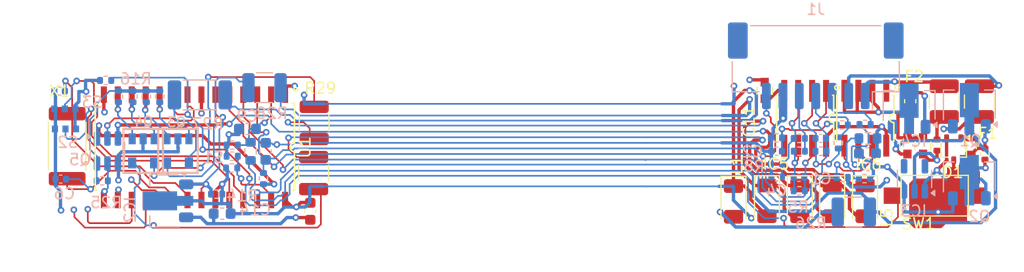
<source format=kicad_pcb>
(kicad_pcb (version 20240108) (generator "pcbnew") (generator_version "8.0")
  (layers (0 "F.Cu" signal) (1 "In1.Cu" signal) (2 "In2.Cu" signal) (31 "B.Cu" signal) (34 "B.Paste" user) (35 "F.Paste" user) (36 "B.SilkS" user "B.Silkscreen") (37 "F.SilkS" user "F.Silkscreen") (38 "B.Mask" user) (39 "F.Mask" user) (44 "Edge.Cuts" user))
  (net 0 "")
  (net 2 "/Net10")
  (net 3 "/Net6")
  (net 4 "/Net8")
  (net 5 "/Net7")
  (net 6 "/Net9")
  (net 7 "/Net11")
  (net 8 "/Net1")
  (net 9 "/Net2")
  (net 10 "/Net3")
  (net 11 "/Net4")
  (net 12 "/Net5")
  (net 13 "/Net12")
  (net 14 "/Net13")
  (net 15 "/Net14")
  (net 16 "/Net15")
  (net 17 "/Net17")
  (net 18 "/Net16")
  (net 19 "/Net18")
  (net 20 "/Net20")
  (net 21 "/Net22")
  (net 22 "/Net23")
  (net 23 "/Net24")
  (net 24 "/Net21")
  (net 25 "/Net25")
  (net 28 "/Net26")
  (net 29 "/Net27")
  (net 30 "/Net28")
  (net 31 "/BUT")
  (net 33 "/Net30")
  (net 34 "/Net29")
  (net 35 "/Net31")
  (net 36 "/~{RST}")
  (net 37 "/Net32")
  (net 38 "/Net33")
  (net 39 "/Net34")
  (net 40 "/Net35")
  (net 41 "/Net36")
  (net 42 "/XIN")
  (net 43 "Net-(U1-XOUT)")
  (net 44 "/Net38")
  (net 45 "/Net37")
  (net 46 "/SO")
  (net 47 "/SI")
  (net 48 "/SCK")
  (net 49 "/S3")
  (net 50 "/S2")
  (net 51 "/Net39")
  (net 52 "/Net40")
  (net 53 "GND")
  (net 54 "VCC")
  (net 55 "/Net41")
  (net 56 "+BATT")
  (footprint "LED_SMD:LED_1206_3216Metric" (layer "F.Cu") (at 178.6128 99.2632 -90)
    (property "Reference" "L5")
    (property "Value" "LED_Small_Filled")
  )
  (footprint "LED_SMD:LED_1206_3216Metric" (layer "F.Cu") (at 175.6156 99.2632 -90)
    (property "Reference" "L4" (hide yes))
    (property "Value" "LED_Small_Filled")
  )
  (footprint "Active:SOP127P1070X255-28" (layer "F.Cu") (at 117.5512 94.3864 -90)
    (property "Reference" "U1")
    (property "Value" "TMP47C241")
  )
  (footprint "Resistor_SMD:R_0603_1608Metric" (layer "F.Cu") (at 188.214 94.2726 -90)
    (property "Reference" "R111" (hide yes))
    (property "Value" "200K")
  )
  (footprint "Resistor_SMD:R_0402_1005Metric" (layer "F.Cu") (at 189.5348 94.994 -90)
    (property "Reference" "R112" (hide yes))
    (property "Value" "10.0K")
  )
  (footprint "Button_Switch_SMD:SW_SPST_CK_RS282G05A3" (layer "F.Cu") (at 184.9588 98.7911)
    (property "Reference" "SW1")
    (property "Value" "SW_SPST")
  )
  (footprint "Package_TO_SOT_SMD:SOT-323_SC-70" (layer "F.Cu") (at 186.69 94.5548 -90)
    (property "Reference" "D1")
    (property "Value" "1SS300")
  )
  (footprint "Capacitor_SMD:C_0603_1608Metric" (layer "F.Cu") (at 182.7276 90.1852 -90)
    (property "Reference" "C105" (hide yes))
    (property "Value" "2.6uF")
  )
  (footprint "Fuse:Fuse_1210_3225Metric" (layer "F.Cu") (at 185.8264 90.2208 -90)
    (property "Reference" "F2")
    (property "Value" "1.0A")
  )
  (footprint "LED_SMD:LED_1206_3216Metric" (layer "F.Cu") (at 172.6692 99.2632 -90)
    (property "Reference" "L3" (hide yes))
    (property "Value" "LED_Small_Filled")
  )
  (footprint "Active:SOP127P620X175-8" (layer "F.Cu") (at 178.6382 91.734 -90)
    (property "Reference" "IC6")
    (property "Value" "LM393")
  )
  (footprint "Fuse:Fuse_1210_3225Metric" (layer "F.Cu") (at 189.0268 90.2208 90)
    (property "Reference" "F1")
    (property "Value" "1.0A")
  )
  (footprint "Passive:CAPC1608X100" (layer "F.Cu") (at 169.4688 89.2048 90)
    (property "Reference" "C11")
    (property "Value" "0.38uF")
  )
  (footprint "Capacitor_SMD:C_0603_1608Metric" (layer "F.Cu") (at 128.0668 100.2154 -90)
    (property "Reference" "C108" (hide yes))
    (property "Value" "0.33uF")
  )
  (footprint "LED_SMD:LED_1206_3216Metric" (layer "F.Cu") (at 166.624 99.314 -90)
    (property "Reference" "L1")
    (property "Value" "LED_Small_Filled")
  )
  (footprint "Passive:CAPC1608X100" (layer "F.Cu") (at 182.4736 94.246 -90)
    (property "Reference" "C103" (hide yes))
    (property "Value" "39nF")
  )
  (footprint "Resistor_SMD:R_0402_1005Metric" (layer "F.Cu") (at 185.166 94.1812 -90)
    (property "Reference" "R110" (hide yes))
    (property "Value" "100.0")
  )
  (footprint "Resistor_SMD:R_1210_3225Metric" (layer "F.Cu") (at 128.4224 92.1619 -90)
    (property "Reference" "R29")
    (property "Value" "160")
  )
  (footprint "Resistor_SMD:R_1210_3225Metric" (layer "F.Cu") (at 128.3716 96.7339 -90)
    (property "Reference" "R113" (hide yes))
    (property "Value" "82")
  )
  (footprint "Resistor_SMD:R_2512_6332Metric" (layer "F.Cu") (at 105.918 94.2848 90)
    (property "Reference" "X1")
    (property "Value" "2MHz")
  )
  (footprint "Active:SOP127P620X175-8" (layer "F.Cu") (at 173.1554 91.7448 -90)
    (property "Reference" "IC5")
    (property "Value" "LM358")
  )
  (footprint "Passive:CAPC1608X100" (layer "F.Cu") (at 183.896 94.246 -90)
    (property "Reference" "C104" (hide yes))
    (property "Value" "0.38uF")
  )
  (footprint "LED_SMD:LED_1206_3216Metric" (layer "F.Cu") (at 169.672 99.2632 -90)
    (property "Reference" "L2" (hide yes))
    (property "Value" "LED_Small_Filled")
  )
  (footprint "Resistor_SMD:R_1210_3225Metric" (layer "B.Cu") (at 123.9012 88.9508 180)
    (property "Reference" "R28")
    (property "Value" "240")
  )
  (footprint "Resistor_SMD:R_0402_1005Metric" (layer "B.Cu") (at 120.9548 94.1832 180)
    (property "Reference" "R120" (hide yes))
    (property "Value" "100K")
  )
  (footprint "Resistor_SMD:R_0402_1005Metric" (layer "B.Cu") (at 109.1164 97.4344)
    (property "Reference" "R25")
    (property "Value" "5.6K")
  )
  (footprint "Resistor_SMD:R_0402_1005Metric" (layer "B.Cu") (at 178.6148 92.3036 180)
    (property "Reference" "R106" (hide yes))
    (property "Value" "10.00K")
  )
  (footprint "Resistor_SMD:R_0402_1005Metric" (layer "B.Cu") (at 170.5376 95.9104 180)
    (property "Reference" "R8")
    (property "Value" "100.0K")
  )
  (footprint "Resistor_SMD:R_0603_1608Metric" (layer "B.Cu") (at 122.6312 94.7542 90)
    (property "Reference" "R119" (hide yes))
    (property "Value" "300K")
  )
  (footprint "Resistor_SMD:R_0402_1005Metric" (layer "B.Cu") (at 113.1316 89.7636 -90)
    (property "Reference" "R115" (hide yes))
    (property "Value" "8.2K")
  )
  (footprint "Package_TO_SOT_SMD:SOT-23-5" (layer "B.Cu") (at 183.1188 97.2511 90)
    (property "Reference" "IC3")
    (property "Value" "CEF (or EEF?)")
  )
  (footprint "Resistor_SMD:R_0402_1005Metric" (layer "B.Cu") (at 120.904 96.266 180)
    (property "Reference" "R121" (hide yes))
    (property "Value" "100K")
  )
  (footprint "Resistor_SMD:R_0402_1005Metric" (layer "B.Cu") (at 178.564 97.2312 180)
    (property "Reference" "R108" (hide yes))
    (property "Value" "20.00K")
  )
  (footprint "Resistor_SMD:R_0402_1005Metric" (layer "B.Cu") (at 172.6184 98.3488 180)
    (property "Reference" "R5")
    (property "Value" "100.0K")
  )
  (footprint "Passive:JMP1005_3" (layer "B.Cu") (at 105.7656 92.71 180)
    (property "Reference" "S2")
    (property "Value" "Jumper_3_Open")
  )
  (footprint "Capacitor_SMD:C_0402_1005Metric" (layer "B.Cu") (at 178.8896 96.1644 180)
    (property "Reference" "C102" (hide yes))
    (property "Value" "2.2nF")
  )
  (footprint "Resistor_SMD:R_0402_1005Metric" (layer "B.Cu") (at 110.5916 89.7636 -90)
    (property "Reference" "R117" (hide yes))
    (property "Value" "8.2K")
  )
  (footprint "Resistor_SMD:R_0402_1005Metric" (layer "B.Cu") (at 172.6204 94.742 180)
    (property "Reference" "R102" (hide yes))
    (property "Value" "2.00K")
  )
  (footprint "Package_TO_SOT_SMD:SOT-89-3" (layer "B.Cu") (at 188.1124 97.0788 90)
    (property "Reference" "Q2")
    (property "Value" "2SK1717")
  )
  (footprint "Capacitor_SMD:C_0402_1005Metric" (layer "B.Cu") (at 172.5904 97.1296 180)
    (property "Reference" "C1")
    (property "Value" "2.2nF")
  )
  (footprint "Resistor_SMD:R_0603_1608Metric" (layer "B.Cu") (at 178.879 93.5736 180)
    (property "Reference" "R107" (hide yes))
    (property "Value" "160K")
  )
  (footprint "Resistor_SMD:R_0402_1005Metric" (layer "B.Cu") (at 109.4232 88.2904 180)
    (property "Reference" "R16")
    (property "Value" "100.0K")
  )
  (footprint "Resistor_SMD:R_0402_1005Metric" (layer "B.Cu") (at 176.532 92.3544 180)
    (property "Reference" "R105" (hide yes))
    (property "Value" "2.00K")
  )
  (footprint "700CPowerBoard:SOT23-5" (layer "B.Cu") (at 116.0112 94.7088 -90)
    (property "Reference" "Q3")
    (property "Value" "\"XE\"")
  )
  (footprint "Capacitor_SMD:C_0402_1005Metric" (layer "B.Cu") (at 105.2296 89.2556 180)
    (property "Reference" "C106" (hide yes))
    (property "Value" "100pF")
  )
  (footprint "Capacitor_SMD:C_0603_1608Metric" (layer "B.Cu") (at 122.3394 92.71 180)
    (property "Reference" "C9")
    (property "Value" "0.33uF")
  )
  (footprint "Resistor_SMD:R_0402_1005Metric" (layer "B.Cu") (at 111.9124 89.7636 -90)
    (property "Reference" "R116" (hide yes))
    (property "Value" "8.2K")
  )
  (footprint "Passive:JMP1005_3" (layer "B.Cu") (at 105.7096 90.8812 180)
    (property "Reference" "S3")
    (property "Value" "Jumper_3_Open")
  )
  (footprint "Package_TO_SOT_SMD:SOT-89-3" (layer "B.Cu") (at 188.1124 90.5256 90)
    (property "Reference" "Q1")
    (property "Value" "2SJ238")
  )
  (footprint "Capacitor_SMD:C_0402_1005Metric" (layer "B.Cu") (at 170.5584 97.0788 180)
    (property "Reference" "C4")
    (property "Value" "2.2nF")
  )
  (footprint "Capacitor_SMD:C_0402_1005Metric" (layer "B.Cu") (at 174.5716 93.5736 180)
    (property "Reference" "C100" (hide yes))
    (property "Value" "2.2nF")
  )
  (footprint "Capacitor_SMD:C_0402_1005Metric" (layer "B.Cu") (at 170.5584 94.742 180)
    (property "Reference" "C2")
    (property "Value" "2.2nF")
  )
  (footprint "Package_TO_SOT_SMD:SOT-89-3" (layer "B.Cu") (at 182.626 90.5764 90)
    (property "Reference" "IC4")
    (property "Value" "VREG")
  )
  (footprint "Package_TO_SOT_SMD:SOT-23-6" (layer "B.Cu") (at 109.5908 94.7221 -90)
    (property "Reference" "Q5")
    (property "Value" "\"VF\"")
  )
  (footprint "Resistor_SMD:R_0402_1005Metric" (layer "B.Cu") (at 123.7996 97.2332 90)
    (property "Reference" "R118" (hide yes))
    (property "Value" "61.9K")
  )
  (footprint "Connector_JST:JST_ZE_BM07B-ZESS-TBT_1x07-1MP_P1.50mm_Vertical" (layer "B.Cu") (at 174.1212 86.9628 180)
    (property "Reference" "J1")
    (property "Value" "Conn_01x07")
  )
  (footprint "Capacitor_SMD:C_0603_1608Metric" (layer "B.Cu") (at 178.829 94.9452 180)
    (property "Reference" "C101" (hide yes))
    (property "Value" "0.36uF")
  )
  (footprint "Resistor_SMD:R_0402_1005Metric" (layer "B.Cu") (at 176.1744 93.982 90)
    (property "Reference" "R104" (hide yes))
    (property "Value" "2.00K")
  )
  (footprint "Capacitor_SMD:C_0402_1005Metric" (layer "B.Cu") (at 105.3312 97.282 180)
    (property "Reference" "C6")
    (property "Value" "100pF")
  )
  (footprint "Resistor_SMD:R_0402_1005Metric" (layer "B.Cu") (at 176.532 97.1296 180)
    (property "Reference" "R109" (hide yes))
    (property "Value" "100.0K")
  )
  (footprint "Package_TO_SOT_SMD:SOT-89-3" (layer "B.Cu") (at 114.808 99.2632 180)
    (property "Reference" "IC2")
    (property "Value" "TC54VC3902MB")
  )
  (footprint "Resistor_SMD:R_0402_1005Metric" (layer "B.Cu") (at 170.5376 93.5228 180)
    (property "Reference" "R100" (hide yes))
    (property "Value" "100.0K")
  )
  (footprint "Resistor_SMD:R_0402_1005Metric" (layer "B.Cu") (at 174.6016 94.742 180)
    (property "Reference" "R103" (hide yes))
    (property "Value" "100.0K")
  )
  (footprint "Resistor_SMD:R_1210_3225Metric" (layer "B.Cu") (at 177.5861 100.2792 180)
    (property "Reference" "R26")
    (property "Value" "300")
  )
  (footprint "700CPowerBoard:SOT23-5" (layer "B.Cu") (at 112.8428 94.7088 -90)
    (property "Reference" "Q4")
    (property "Value" "\"XE\"")
  )
  (footprint "Capacitor_SMD:C_0603_1608Metric" (layer "B.Cu") (at 120.0404 100.4316 180)
    (property "Reference" "C14")
    (property "Value" "0.33uF")
  )
  (footprint "Resistor_SMD:R_0402_1005Metric" (layer "B.Cu") (at 119.5324 98.6536 180)
    (property "Reference" "R14")
    (property "Value" "100.0K")
  )
  (footprint "Resistor_SMD:R_2010_5025Metric" (layer "B.Cu") (at 118.0084 89.6112 180)
    (property "Reference" "R27")
    (property "Value" "330")
  )
  (footprint "Resistor_SMD:R_0402_1005Metric" (layer "B.Cu") (at 114.3508 89.7636 -90)
    (property "Reference" "R114" (hide yes))
    (property "Value" "8.2K")
  )
  (footprint "Resistor_SMD:R_0402_1005Metric" (layer "B.Cu") (at 172.6204 93.5736 180)
    (property "Reference" "R101" (hide yes))
    (property "Value" "2.00K")
  )
  (footprint "Resistor_SMD:R_0402_1005Metric" (layer "B.Cu") (at 120.9548 95.1992 180)
    (property "Reference" "S1")
    (property "Value" "DNI")
  )
  (footprint "Capacitor_SMD:C_0603_1608Metric" (layer "B.Cu") (at 124.0028 94.755 90)
    (property "Reference" "C107" (hide yes))
    (property "Value" "0.33uF")
  )
  (segment (start 172.5204 94.2448) (end 172.5204 95.5004) (width 0.1524) (layer "F.Cu") (net 2))
  (segment (start 172.5204 95.5004) (end 172.212 95.8088) (width 0.1524) (layer "F.Cu") (net 2))
  (via (at 172.212 95.8088) (size 0.6) (drill 0.3) (layers "F.Cu" "B.Cu") (net 2))
  (segment (start 172.212 95.8088) (end 172.212 94.742) (width 0.1524) (layer "B.Cu") (net 2))
  (segment (start 172.212 95.8088) (end 172.212 97.028) (width 0.1524) (layer "B.Cu") (net 2))
  (segment (start 172.1612 97.1804) (end 172.1104 97.1296) (width 0.1524) (layer "B.Cu") (net 2))
  (segment (start 172.1612 98.296) (end 172.1612 97.1804) (width 0.1524) (layer "B.Cu") (net 2))
  (segment (start 172.1084 98.3488) (end 172.1612 98.296) (width 0.1524) (layer "B.Cu") (net 2))
  (segment (start 172.212 97.028) (end 172.1104 97.1296) (width 0.1524) (layer "B.Cu") (net 2))
  (segment (start 175.0604 91.284) (end 174.1424 92.202) (width 0.1524) (layer "F.Cu") (net 3))
  (segment (start 121.9708 91.5924) (end 121.9708 89.596) (width 0.1524) (layer "F.Cu") (net 3))
  (segment (start 125.5776 96.012) (end 122.5296 92.964) (width 0.1524) (layer "F.Cu") (net 3))
  (segment (start 125.5776 96.4184) (end 125.5776 96.012) (width 0.1524) (layer "F.Cu") (net 3))
  (segment (start 122.5296 92.964) (end 122.5296 92.1512) (width 0.1524) (layer "F.Cu") (net 3))
  (segment (start 175.0604 89.2448) (end 175.0604 91.284) (width 0.1524) (layer "F.Cu") (net 3))
  (segment (start 121.9708 89.596) (end 121.9612 89.5864) (width 0.1524) (layer "F.Cu") (net 3))
  (segment (start 122.5296 92.1512) (end 121.9708 91.5924) (width 0.1524) (layer "F.Cu") (net 3))
  (via (at 125.5776 96.4184) (size 0.6) (drill 0.3) (layers "F.Cu" "B.Cu") (net 3))
  (via (at 174.1424 92.202) (size 0.6) (drill 0.3) (layers "F.Cu" "B.Cu") (net 3))
  (segment (start 174.1424 92.202) (end 175.0568 93.1164) (width 0.1524) (layer "B.Cu") (net 3))
  (segment (start 169.2656 98.044) (end 169.2656 96.4184) (width 0.1524) (layer "B.Cu") (net 3))
  (segment (start 168.3512 95.504) (end 158.6484 95.504) (width 0.1524) (layer "B.Cu") (net 3))
  (segment (start 175.0568 95.3008) (end 174.7012 95.6564) (width 0.1524) (layer "B.Cu") (net 3))
  (segment (start 158.6484 95.504) (end 158.5976 95.5548) (width 0.1524) (layer "B.Cu") (net 3))
  (segment (start 175.0568 93.1164) (end 175.0568 95.3008) (width 0.1524) (layer "B.Cu") (net 3))
  (segment (start 173.6852 98.806) (end 173.1772 99.314) (width 0.1524) (layer "B.Cu") (net 3))
  (segment (start 174.7012 96.6724) (end 173.6852 97.6884) (width 0.1524) (layer "B.Cu") (net 3))
  (segment (start 174.7012 95.6564) (end 174.7012 96.6724) (width 0.1524) (layer "B.Cu") (net 3))
  (segment (start 173.1772 99.314) (end 170.5356 99.314) (width 0.1524) (layer "B.Cu") (net 3))
  (segment (start 169.2656 96.4184) (end 168.3512 95.504) (width 0.1524) (layer "B.Cu") (net 3))
  (segment (start 173.6852 97.6884) (end 173.6852 98.806) (width 0.1524) (layer "B.Cu") (net 3))
  (segment (start 170.5356 99.314) (end 169.2656 98.044) (width 0.1524) (layer "B.Cu") (net 3))
  (segment (start 126.492 95.504) (end 125.5776 96.4184) (width 0.1524) (layer "B.Cu") (net 3))
  (segment (start 158.6484 95.504) (end 126.492 95.504) (width 0.1524) (layer "B.Cu") (net 3))
  (segment (start 172.5204 89.2448) (end 172.5204 91.6396) (width 0.1524) (layer "F.Cu") (net 4))
  (segment (start 172.5204 91.6396) (end 171.958 92.202) (width 0.1524) (layer "F.Cu") (net 4))
  (via (at 171.958 92.202) (size 0.6) (drill 0.3) (layers "F.Cu" "B.Cu") (net 4))
  (segment (start 171.958 92.202) (end 171.958 92.6592) (width 0.1524) (layer "B.Cu") (net 4))
  (segment (start 171.0384 97.0788) (end 171.0384 95.9196) (width 0.1524) (layer "B.Cu") (net 4))
  (segment (start 171.6532 95.3516) (end 171.0944 95.9104) (width 0.1524) (layer "B.Cu") (net 4))
  (segment (start 172.2628 93.5228) (end 171.6532 94.1324) (width 0.1524) (layer "B.Cu") (net 4))
  (segment (start 171.958 92.6592) (end 172.2628 92.964) (width 0.1524) (layer "B.Cu") (net 4))
  (segment (start 171.6532 94.1324) (end 171.6532 95.3516) (width 0.1524) (layer "B.Cu") (net 4))
  (segment (start 171.0944 95.9104) (end 171.0476 95.9104) (width 0.1524) (layer "B.Cu") (net 4))
  (segment (start 172.2628 92.964) (end 172.2628 93.5228) (width 0.1524) (layer "B.Cu") (net 4))
  (segment (start 171.0384 95.9196) (end 171.0476 95.9104) (width 0.1524) (layer "B.Cu") (net 4))
  (segment (start 174.1424 95.9104) (end 175.3108 95.9104) (width 0.1524) (layer "F.Cu") (net 5))
  (segment (start 173.7904 89.2448) (end 173.7904 91.4872) (width 0.1524) (layer "F.Cu") (net 5))
  (segment (start 173.7904 91.4872) (end 173.0756 92.202) (width 0.1524) (layer "F.Cu") (net 5))
  (via (at 175.3108 95.9104) (size 0.6) (drill 0.3) (layers "F.Cu" "B.Cu") (net 5))
  (via (at 173.0756 92.202) (size 0.6) (drill 0.3) (layers "F.Cu" "B.Cu") (net 5))
  (via (at 174.1424 95.9104) (size 0.6) (drill 0.3) (layers "F.Cu" "B.Cu") (net 5))
  (segment (start 173.736 92.8624) (end 173.8884 92.8624) (width 0.1524) (layer "B.Cu") (net 5))
  (segment (start 176.2252 94.5428) (end 176.1744 94.492) (width 0.1524) (layer "B.Cu") (net 5))
  (segment (start 175.3108 95.9104) (end 176.2252 94.996) (width 0.1524) (layer "B.Cu") (net 5))
  (segment (start 173.8884 92.8624) (end 174.1424 93.1164) (width 0.1524) (layer "B.Cu") (net 5))
  (segment (start 174.1424 93.3704) (end 174.1424 95.9104) (width 0.1524) (layer "B.Cu") (net 5))
  (segment (start 176.2252 94.996) (end 176.2252 94.5428) (width 0.1524) (layer "B.Cu") (net 5))
  (segment (start 173.0756 92.202) (end 173.736 92.8624) (width 0.1524) (layer "B.Cu") (net 5))
  (segment (start 174.1424 93.1164) (end 174.1424 93.3704) (width 0.1524) (layer "B.Cu") (net 5))
  (segment (start 171.0436 92.71) (end 171.6532 92.71) (width 0.1524) (layer "F.Cu") (net 6))
  (segment (start 171.2504 93.5264) (end 171.0436 93.3196) (width 0.1524) (layer "F.Cu") (net 6))
  (segment (start 171.6532 92.71) (end 171.7548 92.8116) (width 0.1524) (layer "F.Cu") (net 6))
  (segment (start 171.2504 94.2448) (end 171.2504 93.5264) (width 0.1524) (layer "F.Cu") (net 6))
  (segment (start 171.7548 92.8116) (end 174.5996 92.8116) (width 0.1524) (layer "F.Cu") (net 6))
  (segment (start 171.0436 93.3196) (end 171.0436 92.71) (width 0.1524) (layer "F.Cu") (net 6))
  (segment (start 174.5996 92.8116) (end 175.1584 92.2528) (width 0.1524) (layer "F.Cu") (net 6))
  (via (at 175.1584 92.2528) (size 0.6) (drill 0.3) (layers "F.Cu" "B.Cu") (net 6))
  (via (at 171.0436 92.71) (size 0.6) (drill 0.3) (layers "F.Cu" "B.Cu") (net 6))
  (segment (start 175.1584 92.2528) (end 175.9204 92.2528) (width 0.1524) (layer "B.Cu") (net 6))
  (segment (start 171.0436 94.7368) (end 171.0384 94.742) (width 0.1524) (layer "B.Cu") (net 6))
  (segment (start 171.0436 92.71) (end 171.0436 94.7368) (width 0.1524) (layer "B.Cu") (net 6))
  (segment (start 120.7008 91.0336) (end 120.7008 89.596) (width 0.1524) (layer "F.Cu") (net 7))
  (segment (start 120.7008 89.596) (end 120.6912 89.5864) (width 0.1524) (layer "F.Cu") (net 7))
  (segment (start 121.9708 92.3036) (end 120.7008 91.0336) (width 0.1524) (layer "F.Cu") (net 7))
  (segment (start 173.7904 95.1956) (end 173.1772 95.8088) (width 0.1524) (layer "F.Cu") (net 7))
  (segment (start 121.9708 93.3704) (end 121.9708 92.3036) (width 0.1524) (layer "F.Cu") (net 7))
  (segment (start 124.7648 96.1644) (end 121.9708 93.3704) (width 0.1524) (layer "F.Cu") (net 7))
  (segment (start 173.7904 94.2448) (end 173.7904 95.1956) (width 0.1524) (layer "F.Cu") (net 7))
  (via (at 173.1772 95.8088) (size 0.6) (drill 0.3) (layers "F.Cu" "B.Cu") (net 7))
  (via (at 124.7648 96.1644) (size 0.6) (drill 0.3) (layers "F.Cu" "B.Cu") (net 7))
  (segment (start 125.222 95.7072) (end 124.7648 96.1644) (width 0.1524) (layer "B.Cu") (net 7))
  (segment (start 173.1284 98.7532) (end 172.974 98.9076) (width 0.1524) (layer "B.Cu") (net 7))
  (segment (start 173.1772 97.0228) (end 173.0704 97.1296) (width 0.1524) (layer "B.Cu") (net 7))
  (segment (start 125.8824 95.0468) (end 125.222 95.7072) (width 0.1524) (layer "B.Cu") (net 7))
  (segment (start 173.1284 98.3488) (end 173.1284 98.7532) (width 0.1524) (layer "B.Cu") (net 7))
  (segment (start 173.1772 95.8088) (end 173.1772 97.0228) (width 0.1524) (layer "B.Cu") (net 7))
  (segment (start 172.974 98.9076) (end 170.9928 98.9076) (width 0.1524) (layer "B.Cu") (net 7))
  (segment (start 173.1284 97.1876) (end 173.1284 98.3488) (width 0.1524) (layer "B.Cu") (net 7))
  (segment (start 126.6952 95.0468) (end 125.8824 95.0468) (width 0.1524) (layer "B.Cu") (net 7))
  (segment (start 126.746 94.996) (end 126.6952 95.0468) (width 0.1524) (layer "B.Cu") (net 7))
  (segment (start 173.0704 97.1296) (end 173.1284 97.1876) (width 0.1524) (layer "B.Cu") (net 7))
  (segment (start 168.3004 94.996) (end 126.746 94.996) (width 0.1524) (layer "B.Cu") (net 7))
  (segment (start 169.5698 97.4846) (end 169.5698 96.2654) (width 0.1524) (layer "B.Cu") (net 7))
  (segment (start 170.9928 98.9076) (end 169.5698 97.4846) (width 0.1524) (layer "B.Cu") (net 7))
  (segment (start 169.5698 96.2654) (end 168.3004 94.996) (width 0.1524) (layer "B.Cu") (net 7))
  (segment (start 167.6116 97.914) (end 168.1988 98.5012) (width 0.3048) (layer "F.Cu") (net 8))
  (segment (start 168.1988 98.5012) (end 168.1988 99.1616) (width 0.3048) (layer "F.Cu") (net 8))
  (segment (start 166.624 97.914) (end 166.624 90.2208) (width 0.3048) (layer "F.Cu") (net 8))
  (segment (start 166.624 97.914) (end 167.6116 97.914) (width 0.3048) (layer "F.Cu") (net 8))
  (segment (start 167.64 89.2048) (end 168.0972 89.2048) (width 0.3048) (layer "F.Cu") (net 8))
  (segment (start 169.672 100.6348) (end 169.672 100.6632) (width 0.3048) (layer "F.Cu") (net 8))
  (segment (start 166.624 90.2208) (end 167.64 89.2048) (width 0.3048) (layer "F.Cu") (net 8))
  (segment (start 168.1988 99.1616) (end 169.672 100.6348) (width 0.3048) (layer "F.Cu") (net 8))
  (via (at 168.0972 89.2048) (size 0.6) (drill 0.3) (layers "F.Cu" "B.Cu") (net 8))
  (segment (start 121.2596 90.678) (end 120.3209 90.678) (width 0.1524) (layer "B.Cu") (net 8))
  (segment (start 125.4252 91.44) (end 124.9172 90.932) (width 0.1524) (layer "B.Cu") (net 8))
  (segment (start 165.608 91.948) (end 126.746 91.948) (width 0.1524) (layer "B.Cu") (net 8))
  (segment (start 168.7068 91.3892) (end 168.148 91.948) (width 0.3048) (layer "B.Cu") (net 8))
  (segment (start 168.3512 89.2048) (end 168.7068 89.5604) (width 0.3048) (layer "B.Cu") (net 8))
  (segment (start 168.7068 89.5604) (end 168.7068 91.3892) (width 0.3048) (layer "B.Cu") (net 8))
  (segment (start 120.3209 90.678) (end 120.3209 89.6112) (width 0.1524) (layer "B.Cu") (net 8))
  (segment (start 168.0972 89.2048) (end 168.3512 89.2048) (width 0.3048) (layer "B.Cu") (net 8))
  (segment (start 121.5136 90.932) (end 121.2596 90.678) (width 0.1524) (layer "B.Cu") (net 8))
  (segment (start 168.148 91.948) (end 165.608 91.948) (width 0.3048) (layer "B.Cu") (net 8))
  (segment (start 126.238 91.44) (end 125.4252 91.44) (width 0.1524) (layer "B.Cu") (net 8))
  (segment (start 126.746 91.948) (end 126.238 91.44) (width 0.1524) (layer "B.Cu") (net 8))
  (segment (start 124.9172 90.932) (end 121.5136 90.932) (width 0.1524) (layer "B.Cu") (net 8))
  (segment (start 168.1988 97.536) (end 167.132 96.4692) (width 0.3048) (layer "F.Cu") (net 9))
  (segment (start 171.2468 98.5012) (end 170.6088 97.8632) (width 0.3048) (layer "F.Cu") (net 9))
  (segment (start 169.672 97.8632) (end 168.526 97.8632) (width 0.3048) (layer "F.Cu") (net 9))
  (segment (start 167.132 95.7072) (end 167.132 90.9828) (width 0.3048) (layer "F.Cu") (net 9))
  (segment (start 168.526 97.8632) (end 168.1988 97.536) (width 0.3048) (layer "F.Cu") (net 9))
  (segment (start 167.132 90.9828) (end 168.0972 90.0176) (width 0.3048) (layer "F.Cu") (net 9))
  (segment (start 171.9356 100.6632) (end 171.2468 99.9744) (width 0.3048) (layer "F.Cu") (net 9))
  (segment (start 172.6692 100.6632) (end 171.9356 100.6632) (width 0.3048) (layer "F.Cu") (net 9))
  (segment (start 170.6088 97.8632) (end 169.672 97.8632) (width 0.3048) (layer "F.Cu") (net 9))
  (segment (start 171.2468 99.9744) (end 171.2468 98.5012) (width 0.3048) (layer "F.Cu") (net 9))
  (segment (start 167.132 96.4692) (end 167.132 95.7072) (width 0.3048) (layer "F.Cu") (net 9))
  (via (at 168.0972 90.0176) (size 0.6) (drill 0.3) (layers "F.Cu" "B.Cu") (net 9))
  (segment (start 167.7924 91.4908) (end 165.608 91.4908) (width 0.3048) (layer "B.Cu") (net 9))
  (segment (start 168.0972 90.0176) (end 168.0972 91.186) (width 0.3048) (layer "B.Cu") (net 9))
  (segment (start 125.3744 90.678) (end 125.3744 88.9615) (width 0.1524) (layer "B.Cu") (net 9))
  (segment (start 127.0508 91.4908) (end 126.492 90.932) (width 0.1524) (layer "B.Cu") (net 9))
  (segment (start 126.492 90.932) (end 125.6284 90.932) (width 0.1524) (layer "B.Cu") (net 9))
  (segment (start 125.6284 90.932) (end 125.3744 90.678) (width 0.1524) (layer "B.Cu") (net 9))
  (segment (start 168.0972 91.186) (end 167.7924 91.4908) (width 0.3048) (layer "B.Cu") (net 9))
  (segment (start 165.608 91.4908) (end 127.0508 91.4908) (width 0.1524) (layer "B.Cu") (net 9))
  (segment (start 125.3744 88.9615) (end 125.3637 88.9508) (width 0.1524) (layer "B.Cu") (net 9))
  (segment (start 171.2468 97.536) (end 170.5864 96.8756) (width 0.3048) (layer "F.Cu") (net 10))
  (segment (start 168.5544 96.8756) (end 167.6368 95.958) (width 0.3048) (layer "F.Cu") (net 10))
  (segment (start 128.016 93.218) (end 128.4224 93.6244) (width 0.1524) (layer "F.Cu") (net 10))
  (segment (start 126.0348 92.1004) (end 127.4572 92.1004) (width 0.1524) (layer "F.Cu") (net 10))
  (segment (start 170.5864 96.8756) (end 168.5544 96.8756) (width 0.3048) (layer "F.Cu") (net 10))
  (segment (start 174.244 99.9744) (end 174.244 98.552) (width 0.3048) (layer "F.Cu") (net 10))
  (segment (start 167.6368 92.5608) (end 168.1988 91.9988) (width 0.3048) (layer "F.Cu") (net 10))
  (segment (start 167.6368 95.6056) (end 167.6368 92.5608) (width 0.3048) (layer "F.Cu") (net 10))
  (segment (start 175.6156 100.6632) (end 174.9328 100.6632) (width 0.3048) (layer "F.Cu") (net 10))
  (segment (start 173.5552 97.8632) (end 172.6692 97.8632) (width 0.3048) (layer "F.Cu") (net 10))
  (segment (start 127.4572 92.1004) (end 128.016 92.6592) (width 0.1524) (layer "F.Cu") (net 10))
  (segment (start 171.574 97.8632) (end 171.2468 97.536) (width 0.3048) (layer "F.Cu") (net 10))
  (segment (start 128.016 92.6592) (end 128.016 93.218) (width 0.1524) (layer "F.Cu") (net 10))
  (segment (start 167.6368 95.958) (end 167.6368 95.6056) (width 0.3048) (layer "F.Cu") (net 10))
  (segment (start 172.6692 97.8632) (end 171.574 97.8632) (width 0.3048) (layer "F.Cu") (net 10))
  (segment (start 174.9328 100.6632) (end 174.244 99.9744) (width 0.3048) (layer "F.Cu") (net 10))
  (segment (start 168.1988 91.9988) (end 169.3164 91.9988) (width 0.3048) (layer "F.Cu") (net 10))
  (segment (start 174.244 98.552) (end 173.5552 97.8632) (width 0.3048) (layer "F.Cu") (net 10))
  (via (at 126.0348 92.1004) (size 0.6) (drill 0.3) (layers "F.Cu" "B.Cu") (net 10))
  (via (at 169.3164 91.9988) (size 0.6) (drill 0.3) (layers "F.Cu" "B.Cu") (net 10))
  (segment (start 169.3164 91.9988) (end 168.91 92.4052) (width 0.1524) (layer "B.Cu") (net 10))
  (segment (start 126.3396 92.4052) (end 126.0348 92.1004) (width 0.1524) (layer "B.Cu") (net 10))
  (segment (start 158.6484 92.4052) (end 126.3396 92.4052) (width 0.1524) (layer "B.Cu") (net 10))
  (segment (start 168.91 92.4052) (end 158.6484 92.4052) (width 0.1524) (layer "B.Cu") (net 10))
  (segment (start 176.5016 97.8632) (end 175.6156 97.8632) (width 0.3048) (layer "F.Cu") (net 11))
  (segment (start 126.8182 95.2714) (end 126.0856 94.5388) (width 0.1524) (layer "F.Cu") (net 11))
  (segment (start 177.8792 100.6632) (end 177.1904 99.9744) (width 0.3048) (layer "F.Cu") (net 11))
  (segment (start 128.3716 95.2714) (end 126.8182 95.2714) (width 0.1524) (layer "F.Cu") (net 11))
  (segment (start 177.1904 98.552) (end 176.5016 97.8632) (width 0.3048) (layer "F.Cu") (net 11))
  (segment (start 168.5036 93.726) (end 169.2656 93.726) (width 0.3048) (layer "F.Cu") (net 11))
  (segment (start 178.6128 100.6632) (end 177.8792 100.6632) (width 0.3048) (layer "F.Cu") (net 11))
  (segment (start 173.6446 96.8858) (end 172.5676 96.8858) (width 0.3048) (layer "F.Cu") (net 11))
  (segment (start 174.244 97.4852) (end 173.6446 96.8858) (width 0.3048) (layer "F.Cu") (net 11))
  (segment (start 177.1904 99.9744) (end 177.1904 98.552) (width 0.3048) (layer "F.Cu") (net 11))
  (segment (start 171.4602 96.8858) (end 171.0436 96.4692) (width 0.3048) (layer "F.Cu") (net 11))
  (segment (start 168.0972 94.1324) (end 168.5036 93.726) (width 0.3048) (layer "F.Cu") (net 11))
  (segment (start 171.0436 96.4692) (end 168.8084 96.4692) (width 0.3048) (layer "F.Cu") (net 11))
  (segment (start 172.5676 96.8858) (end 171.4602 96.8858) (width 0.3048) (layer "F.Cu") (net 11))
  (segment (start 168.8084 96.4692) (end 168.0972 95.758) (width 0.3048) (layer "F.Cu") (net 11))
  (segment (start 175.6156 97.8632) (end 174.622 97.8632) (width 0.3048) (layer "F.Cu") (net 11))
  (segment (start 174.622 97.8632) (end 174.244 97.4852) (width 0.3048) (layer "F.Cu") (net 11))
  (segment (start 168.0972 95.758) (end 168.0972 94.1324) (width 0.3048) (layer "F.Cu") (net 11))
  (segment (start 126.0856 94.5388) (end 126.0856 93.5228) (width 0.1524) (layer "F.Cu") (net 11))
  (via (at 169.2656 93.726) (size 0.6) (drill 0.3) (layers "F.Cu" "B.Cu") (net 11))
  (via (at 126.0856 93.5228) (size 0.6) (drill 0.3) (layers "F.Cu" "B.Cu") (net 11))
  (segment (start 169.0116 93.472) (end 158.6484 93.472) (width 0.1524) (layer "B.Cu") (net 11))
  (segment (start 158.6484 93.472) (end 126.1364 93.472) (width 0.1524) (layer "B.Cu") (net 11))
  (segment (start 169.2656 93.726) (end 169.0116 93.472) (width 0.1524) (layer "B.Cu") (net 11))
  (segment (start 126.1364 93.472) (end 126.0856 93.5228) (width 0.1524) (layer "B.Cu") (net 11))
  (segment (start 171.706696 96.4184) (end 171.198696 95.9104) (width 0.3048) (layer "F.Cu") (net 12))
  (segment (start 176.4894 96.8858) (end 174.358496 96.8858) (width 0.3048) (layer "F.Cu") (net 12))
  (segment (start 173.891096 96.4184) (end 171.706696 96.4184) (width 0.3048) (layer "F.Cu") (net 12))
  (segment (start 169.672 94.3864) (end 169.926 94.1324) (width 0.3048) (layer "F.Cu") (net 12))
  (segment (start 169.926 94.1324) (end 169.926 93.1672) (width 0.3048) (layer "F.Cu") (net 12))
  (segment (start 120.7008 92.2528) (end 119.5324 92.2528) (width 0.3048) (layer "F.Cu") (net 12))
  (segment (start 168.656 95.5548) (end 168.656 94.6404) (width 0.3048) (layer "F.Cu") (net 12))
  (segment (start 174.358496 96.8858) (end 173.891096 96.4184) (width 0.3048) (layer "F.Cu") (net 12))
  (segment (start 177.4668 97.8632) (end 176.4894 96.8858) (width 0.3048) (layer "F.Cu") (net 12))
  (segment (start 178.6128 97.8632) (end 177.4668 97.8632) (width 0.3048) (layer "F.Cu") (net 12))
  (segment (start 169.0116 95.9104) (end 168.656 95.5548) (width 0.3048) (layer "F.Cu") (net 12))
  (segment (start 119.4308 92.3544) (end 110.5408 92.3544) (width 0.3048) (layer "F.Cu") (net 12))
  (segment (start 168.656 94.6404) (end 168.91 94.3864) (width 0.3048) (layer "F.Cu") (net 12))
  (segment (start 168.91 94.3864) (end 169.672 94.3864) (width 0.3048) (layer "F.Cu") (net 12))
  (segment (start 169.672 92.9132) (end 169.3164 92.9132) (width 0.3048) (layer "F.Cu") (net 12))
  (segment (start 119.5324 92.2528) (end 119.4308 92.3544) (width 0.3048) (layer "F.Cu") (net 12))
  (segment (start 169.926 93.1672) (end 169.672 92.9132) (width 0.3048) (layer "F.Cu") (net 12))
  (segment (start 171.198696 95.9104) (end 169.0116 95.9104) (width 0.3048) (layer "F.Cu") (net 12))
  (via (at 120.7008 92.2528) (size 0.6) (drill 0.3) (layers "F.Cu" "B.Cu") (net 12))
  (via (at 169.3164 92.9132) (size 0.6) (drill 0.3) (layers "F.Cu" "B.Cu") (net 12))
  (via (at 110.5408 92.3544) (size 0.6) (drill 0.3) (layers "F.Cu" "B.Cu") (net 12))
  (segment (start 124.5108 91.7956) (end 124.206 91.4908) (width 0.1524) (layer "B.Cu") (net 12))
  (segment (start 121.4628 91.4908) (end 120.7008 92.2528) (width 0.1524) (layer "B.Cu") (net 12))
  (segment (start 168.7576 92.964) (end 125.222 92.964) (width 0.1524) (layer "B.Cu") (net 12))
  (segment (start 169.3164 92.9132) (end 168.8084 92.9132) (width 0.1524) (layer "B.Cu") (net 12))
  (segment (start 125.222 92.964) (end 124.5108 92.2528) (width 0.1524) (layer "B.Cu") (net 12))
  (segment (start 110.5408 92.3544) (end 110.5408 93.5846) (width 0.3048) (layer "B.Cu") (net 12))
  (segment (start 168.8084 92.9132) (end 168.7576 92.964) (width 0.1524) (layer "B.Cu") (net 12))
  (segment (start 124.5108 92.2528) (end 124.5108 91.7956) (width 0.1524) (layer "B.Cu") (net 12))
  (segment (start 124.206 91.4908) (end 121.4628 91.4908) (width 0.1524) (layer "B.Cu") (net 12))
  (segment (start 173.1304 93.5736) (end 173.1304 94.742) (width 0.1524) (layer "B.Cu") (net 13))
  (segment (start 173.1304 93.1204) (end 173.1304 93.5736) (width 0.1524) (layer "B.Cu") (net 13))
  (segment (start 172.6212 92.6112) (end 173.1304 93.1204) (width 0.1524) (layer "B.Cu") (net 13))
  (segment (start 172.6212 89.7128) (end 172.6212 92.6112) (width 0.1524) (layer "B.Cu") (net 13))
  (segment (start 176.276 93.472) (end 176.1744 93.472) (width 0.1524) (layer "B.Cu") (net 14))
  (segment (start 177.042 91.8504) (end 177.042 92.3544) (width 0.1524) (layer "B.Cu") (net 14))
  (segment (start 176.8348 91.6432) (end 177.042 91.8504) (width 0.1524) (layer "B.Cu") (net 14))
  (segment (start 174.1212 91.2664) (end 174.498 91.6432) (width 0.1524) (layer "B.Cu") (net 14))
  (segment (start 177.042 92.3544) (end 177.042 92.706) (width 0.1524) (layer "B.Cu") (net 14))
  (segment (start 174.1212 89.7128) (end 174.1212 91.2664) (width 0.1524) (layer "B.Cu") (net 14))
  (segment (start 177.042 92.706) (end 176.276 93.472) (width 0.1524) (layer "B.Cu") (net 14))
  (segment (start 174.498 91.6432) (end 176.8348 91.6432) (width 0.1524) (layer "B.Cu") (net 14))
  (segment (start 179.1248 91.8504) (end 179.1248 92.3036) (width 0.1524) (layer "B.Cu") (net 15))
  (segment (start 175.6212 89.7128) (end 175.6212 90.9884) (width 0.1524) (layer "B.Cu") (net 15))
  (segment (start 175.8696 91.2368) (end 178.5112 91.2368) (width 0.1524) (layer "B.Cu") (net 15))
  (segment (start 178.5112 91.2368) (end 179.1248 91.8504) (width 0.1524) (layer "B.Cu") (net 15))
  (segment (start 175.6212 90.9884) (end 175.8696 91.2368) (width 0.1524) (layer "B.Cu") (net 15))
  (segment (start 178.0032 94.234) (end 178.0032 95.6564) (width 0.1524) (layer "F.Cu") (net 16))
  (segment (start 178.0032 95.6564) (end 177.6984 95.9612) (width 0.1524) (layer "F.Cu") (net 16))
  (via (at 177.6984 95.9612) (size 0.6) (drill 0.3) (layers "F.Cu" "B.Cu") (net 16))
  (segment (start 178.9176 93.1164) (end 178.9176 94.0816) (width 0.1524) (layer "B.Cu") (net 16))
  (segment (start 178.7144 94.2848) (end 177.4952 94.2848) (width 0.1524) (layer "B.Cu") (net 16))
  (segment (start 177.3936 95.6564) (end 177.6984 95.9612) (width 0.1524) (layer "B.Cu") (net 16))
  (segment (start 178.9176 94.0816) (end 178.7144 94.2848) (width 0.1524) (layer "B.Cu") (net 16))
  (segment (start 178.4096 96.1644) (end 177.9016 96.1644) (width 0.1524) (layer "B.Cu") (net 16))
  (segment (start 177.4952 94.2848) (end 177.3936 94.3864) (width 0.1524) (layer "B.Cu") (net 16))
  (segment (start 178.1048 92.3036) (end 178.9176 93.1164) (width 0.1524) (layer "B.Cu") (net 16))
  (segment (start 177.9016 96.1644) (end 177.6984 95.9612) (width 0.1524) (layer "B.Cu") (net 16))
  (segment (start 177.3936 94.3864) (end 177.3936 95.6564) (width 0.1524) (layer "B.Cu") (net 16))
  (segment (start 176.6316 96.52) (end 178.2572 96.52) (width 0.1524) (layer "F.Cu") (net 17))
  (segment (start 123.2408 99.1768) (end 123.2312 99.1864) (width 0.1524) (layer "F.Cu") (net 17))
  (segment (start 179.2732 95.504) (end 179.2732 94.234) (width 0.1524) (layer "F.Cu") (net 17))
  (segment (start 123.2408 98.5012) (end 123.2408 99.1768) (width 0.1524) (layer "F.Cu") (net 17))
  (segment (start 178.2572 96.52) (end 179.2732 95.504) (width 0.1524) (layer "F.Cu") (net 17))
  (segment (start 176.0728 95.9612) (end 176.6316 96.52) (width 0.1524) (layer "F.Cu") (net 17))
  (via (at 123.2408 98.5012) (size 0.6) (drill 0.3) (layers "F.Cu" "B.Cu") (net 17))
  (via (at 176.0728 95.9612) (size 0.6) (drill 0.3) (layers "F.Cu" "B.Cu") (net 17))
  (segment (start 176.022 97.1296) (end 174.8536 97.1296) (width 0.1524) (layer "B.Cu") (net 17))
  (segment (start 125.1204 98.5012) (end 123.2408 98.5012) (width 0.1524) (layer "B.Cu") (net 17))
  (segment (start 125.3744 97.3328) (end 125.3744 97.5868) (width 0.1524) (layer "B.Cu") (net 17))
  (segment (start 126.746 95.9612) (end 126.3396 96.3676) (width 0.1524) (layer "B.Cu") (net 17))
  (segment (start 125.1712 98.4504) (end 125.1204 98.5012) (width 0.1524) (layer "B.Cu") (net 17))
  (segment (start 168.91 98.4504) (end 168.91 96.774) (width 0.1524) (layer "B.Cu") (net 17))
  (segment (start 173.5836 99.6188) (end 170.0784 99.6188) (width 0.1524) (layer "B.Cu") (net 17))
  (segment (start 125.3744 97.5868) (end 125.3744 98.2472) (width 0.1524) (layer "B.Cu") (net 17))
  (segment (start 176.022 96.012) (end 176.0728 95.9612) (width 0.1524) (layer "B.Cu") (net 17))
  (segment (start 168.0972 95.9612) (end 158.6484 95.9612) (width 0.1524) (layer "B.Cu") (net 17))
  (segment (start 170.0784 99.6188) (end 168.91 98.4504) (width 0.1524) (layer "B.Cu") (net 17))
  (segment (start 174.0916 99.1108) (end 173.5836 99.6188) (width 0.1524) (layer "B.Cu") (net 17))
  (segment (start 168.91 96.774) (end 168.0972 95.9612) (width 0.1524) (layer "B.Cu") (net 17))
  (segment (start 174.0916 97.8916) (end 174.0916 99.1108) (width 0.1524) (layer "B.Cu") (net 17))
  (segment (start 158.6484 95.9612) (end 126.746 95.9612) (width 0.1524) (layer "B.Cu") (net 17))
  (segment (start 126.3396 96.3676) (end 125.3744 97.3328) (width 0.1524) (layer "B.Cu") (net 17))
  (segment (start 174.8536 97.1296) (end 174.0916 97.8916) (width 0.1524) (layer "B.Cu") (net 17))
  (segment (start 176.022 97.1296) (end 176.022 96.012) (width 0.1524) (layer "B.Cu") (net 17))
  (segment (start 125.3744 98.2472) (end 125.1712 98.4504) (width 0.1524) (layer "B.Cu") (net 17))
  (segment (start 176.7332 95.4024) (end 176.7332 94.234) (width 0.1524) (layer "F.Cu") (net 18))
  (segment (start 176.8856 95.9612) (end 176.8856 95.5548) (width 0.1524) (layer "F.Cu") (net 18))
  (segment (start 176.8856 95.5548) (end 176.7332 95.4024) (width 0.1524) (layer "F.Cu") (net 18))
  (via (at 176.8856 95.9612) (size 0.6) (drill 0.3) (layers "F.Cu" "B.Cu") (net 18))
  (segment (start 176.9364 93.98) (end 176.9364 95.9104) (width 0.1524) (layer "B.Cu") (net 18))
  (segment (start 177.3428 93.5736) (end 176.9364 93.98) (width 0.1524) (layer "B.Cu") (net 18))
  (segment (start 177.5968 97.2312) (end 177.5968 96.6724) (width 0.1524) (layer "B.Cu") (net 18))
  (segment (start 178.054 93.5736) (end 177.3428 93.5736) (width 0.1524) (layer "B.Cu") (net 18))
  (segment (start 177.5968 96.6724) (end 176.8856 95.9612) (width 0.1524) (layer "B.Cu") (net 18))
  (segment (start 176.9364 95.9104) (end 176.8856 95.9612) (width 0.1524) (layer "B.Cu") (net 18))
  (segment (start 178.054 97.2312) (end 177.5968 97.2312) (width 0.1524) (layer "B.Cu") (net 18))
  (segment (start 170.434 93.1672) (end 170.434 94.1832) (width 0.1524) (layer "F.Cu") (net 19))
  (segment (start 123.4948 93.0148) (end 124.0536 93.0148) (width 0.1524) (layer "F.Cu") (net 19))
  (segment (start 170.3324 92.4052) (end 170.3324 92.9132) (width 0.1524) (layer "F.Cu") (net 19))
  (segment (start 170.434 94.742) (end 170.18 94.996) (width 0.1524) (layer "F.Cu") (net 19))
  (segment (start 170.0276 92.1004) (end 170.3324 92.4052) (width 0.1524) (layer "F.Cu") (net 19))
  (segment (start 169.9768 95.1992) (end 169.3164 95.1992) (width 0.1524) (layer "F.Cu") (net 19))
  (segment (start 170.434 94.1832) (end 170.434 94.742) (width 0.1524) (layer "F.Cu") (net 19))
  (segment (start 170.0276 91.694) (end 170.0276 91.8972) (width 0.1524) (layer "F.Cu") (net 19))
  (segment (start 170.3324 92.9132) (end 170.3324 93.0656) (width 0.1524) (layer "F.Cu") (net 19))
  (segment (start 170.3324 93.0656) (end 170.434 93.1672) (width 0.1524) (layer "F.Cu") (net 19))
  (segment (start 169.6212 91.2876) (end 170.0276 91.694) (width 0.1524) (layer "F.Cu") (net 19))
  (segment (start 170.0276 91.8972) (end 170.0276 92.1004) (width 0.1524) (layer "F.Cu") (net 19))
  (segment (start 123.2312 92.7512) (end 123.4948 93.0148) (width 0.1524) (layer "F.Cu") (net 19))
  (segment (start 170.18 94.996) (end 169.9768 95.1992) (width 0.1524) (layer "F.Cu") (net 19))
  (segment (start 123.2312 89.5864) (end 123.2312 92.7512) (width 0.1524) (layer "F.Cu") (net 19))
  (via (at 169.3164 95.1992) (size 0.6) (drill 0.3) (layers "F.Cu" "B.Cu") (net 19))
  (via (at 169.6212 91.2876) (size 0.6) (drill 0.3) (layers "F.Cu" "B.Cu") (net 19))
  (via (at 124.0536 93.0148) (size 0.6) (drill 0.3) (layers "F.Cu" "B.Cu") (net 19))
  (segment (start 126.492 94.6404) (end 125.5776 94.6404) (width 0.1524) (layer "B.Cu") (net 19))
  (segment (start 168.6052 94.488) (end 126.6444 94.488) (width 0.1524) (layer "B.Cu") (net 19))
  (segment (start 124.8156 95.4024) (end 124.5108 95.4024) (width 0.1524) (layer "B.Cu") (net 19))
  (segment (start 125.5776 94.6404) (end 124.8156 95.4024) (width 0.1524) (layer "B.Cu") (net 19))
  (segment (start 124.0536 93.0148) (end 123.767 93.3014) (width 0.1524) (layer "B.Cu") (net 19))
  (segment (start 123.3932 94.9204) (end 124.0028 95.53) (width 0.1524) (layer "B.Cu") (net 19))
  (segment (start 123.6146 93.3014) (end 123.3932 93.5228) (width 0.1524) (layer "B.Cu") (net 19))
  (segment (start 123.7996 96.7232) (end 123.7996 95.7332) (width 0.1524) (layer "B.Cu") (net 19))
  (segment (start 123.3932 93.5228) (end 123.3932 94.9204) (width 0.1524) (layer "B.Cu") (net 19))
  (segment (start 169.3164 95.1992) (end 168.6052 94.488) (width 0.1524) (layer "B.Cu") (net 19))
  (segment (start 126.6444 94.488) (end 126.492 94.6404) (width 0.1524) (layer "B.Cu") (net 19))
  (segment (start 123.767 93.3014) (end 123.6146 93.3014) (width 0.1524) (layer "B.Cu") (net 19))
  (segment (start 123.7996 95.7332) (end 124.0028 95.53) (width 0.1524) (layer "B.Cu") (net 19))
  (segment (start 169.6212 89.7128) (end 169.6212 91.2876) (width 0.1524) (layer "B.Cu") (net 19))
  (segment (start 166.624 100.714) (end 165.8396 100.714) (width 0.3048) (layer "F.Cu") (net 20))
  (segment (start 165.8396 100.714) (end 165.4048 100.2792) (width 0.3048) (layer "F.Cu") (net 20))
  (via (at 165.4048 100.2792) (size 0.6) (drill 0.3) (layers "F.Cu" "B.Cu") (net 20))
  (segment (start 166.8272 101.6508) (end 165.4556 100.2792) (width 0.3048) (layer "B.Cu") (net 20))
  (segment (start 165.4556 100.2792) (end 165.4048 100.2792) (width 0.3048) (layer "B.Cu") (net 20))
  (segment (start 174.5996 100.2792) (end 173.228 101.6508) (width 0.3048) (layer "B.Cu") (net 20))
  (segment (start 173.228 101.6508) (end 166.8272 101.6508) (width 0.3048) (layer "B.Cu") (net 20))
  (segment (start 176.1236 100.2792) (end 174.5996 100.2792) (width 0.3048) (layer "B.Cu") (net 20))
  (segment (start 188.7952 91.6208) (end 188.3156 92.1004) (width 0.3048) (layer "F.Cu") (net 21))
  (segment (start 188.2872 91.6208) (end 187.198 92.71) (width 0.3048) (layer "F.Cu") (net 21))
  (segment (start 187.198 92.71) (end 185.7756 92.71) (width 0.3048) (layer "F.Cu") (net 21))
  (segment (start 189.0268 91.6208) (end 188.2872 91.6208) (width 0.3048) (layer "F.Cu") (net 21))
  (segment (start 188.3156 93.346) (end 188.214 93.4476) (width 0.3048) (layer "F.Cu") (net 21))
  (segment (start 188.3156 92.1004) (end 188.3156 93.346) (width 0.3048) (layer "F.Cu") (net 21))
  (segment (start 189.0268 91.6208) (end 188.7952 91.6208) (width 0.3048) (layer "F.Cu") (net 21))
  (via (at 185.7756 92.71) (size 0.6) (drill 0.3) (layers "F.Cu" "B.Cu") (net 21))
  (segment (start 186.378 92.71) (end 186.6124 92.4756) (width 0.3048) (layer "B.Cu") (net 21))
  (segment (start 185.7756 92.71) (end 186.378 92.71) (width 0.3048) (layer "B.Cu") (net 21))
  (segment (start 189.0268 88.8208) (end 190.7316 88.8208) (width 0.3048) (layer "F.Cu") (net 22))
  (segment (start 190.7316 88.8208) (end 190.8048 88.7476) (width 0.3048) (layer "F.Cu") (net 22))
  (via (at 190.8048 88.7476) (size 0.6) (drill 0.3) (layers "F.Cu" "B.Cu") (net 22))
  (segment (start 177.1212 88.0548) (end 177.292 87.884) (width 0.3048) (layer "B.Cu") (net 22))
  (segment (start 189.9412 87.884) (end 190.8048 88.7476) (width 0.3048) (layer "B.Cu") (net 22))
  (segment (start 177.1212 89.7128) (end 177.1212 88.0548) (width 0.3048) (layer "B.Cu") (net 22))
  (segment (start 177.292 87.884) (end 189.9412 87.884) (width 0.3048) (layer "B.Cu") (net 22))
  (segment (start 185.8264 88.8208) (end 185.1884 88.8208) (width 0.3048) (layer "F.Cu") (net 23))
  (segment (start 185.1884 88.8208) (end 184.8104 88.4428) (width 0.3048) (layer "F.Cu") (net 23))
  (segment (start 184.8104 88.4428) (end 181.356 88.4428) (width 0.3048) (layer "F.Cu") (net 23))
  (segment (start 181.356 88.4428) (end 181.3052 88.392) (width 0.3048) (layer "F.Cu") (net 23))
  (via (at 181.3052 88.392) (size 0.6) (drill 0.3) (layers "F.Cu" "B.Cu") (net 23))
  (segment (start 178.9176 88.4428) (end 181.2544 88.4428) (width 0.3048) (layer "B.Cu") (net 23))
  (segment (start 178.6212 88.7392) (end 178.9176 88.4428) (width 0.3048) (layer "B.Cu") (net 23))
  (segment (start 178.6212 89.7128) (end 178.6212 88.7392) (width 0.3048) (layer "B.Cu") (net 23))
  (segment (start 181.2544 88.4428) (end 181.3052 88.392) (width 0.3048) (layer "B.Cu") (net 23))
  (segment (start 185.166 92.2812) (end 185.8264 91.6208) (width 0.3048) (layer "F.Cu") (net 24))
  (segment (start 185.166 93.6712) (end 185.166 92.2812) (width 0.3048) (layer "F.Cu") (net 24))
  (segment (start 185.166 95.5548) (end 184.4548 95.5548) (width 0.3048) (layer "F.Cu") (net 25))
  (segment (start 184.4548 95.5548) (end 183.896 94.996) (width 0.3048) (layer "F.Cu") (net 25))
  (segment (start 185.166 94.6912) (end 185.166 95.5548) (width 0.3048) (layer "F.Cu") (net 25))
  (via (at 185.166 95.5548) (size 0.6) (drill 0.3) (layers "F.Cu" "B.Cu") (net 25))
  (segment (start 183.1188 98.3886) (end 183.1188 95.2652) (width 0.3048) (layer "B.Cu") (net 25))
  (segment (start 184.5564 94.9452) (end 185.166 95.5548) (width 0.3048) (layer "B.Cu") (net 25))
  (segment (start 183.4388 94.9452) (end 184.5564 94.9452) (width 0.3048) (layer "B.Cu") (net 25))
  (segment (start 183.1188 95.2652) (end 183.4388 94.9452) (width 0.3048) (layer "B.Cu") (net 25))
  (segment (start 185.166 96.4692) (end 186.0804 95.5548) (width 0.3048) (layer "F.Cu") (net 28))
  (segment (start 186.04 93.5548) (end 186.04 95.5144) (width 0.3048) (layer "F.Cu") (net 28))
  (segment (start 186.04 95.5144) (end 186.0804 95.5548) (width 0.3048) (layer "F.Cu") (net 28))
  (via (at 185.166 96.4692) (size 0.6) (drill 0.3) (layers "F.Cu" "B.Cu") (net 28))
  (segment (start 185.166 96.4692) (end 185.9788 97.282) (width 0.3048) (layer "B.Cu") (net 28))
  (segment (start 184.0688 98.3886) (end 184.0688 97.5664) (width 0.3048) (layer "B.Cu") (net 28))
  (segment (start 189.6124 97.7152) (end 189.6124 99.0288) (width 0.3048) (layer "B.Cu") (net 28))
  (segment (start 189.1792 97.282) (end 189.6124 97.7152) (width 0.3048) (layer "B.Cu") (net 28))
  (segment (start 184.3532 97.282) (end 185.166 96.4692) (width 0.3048) (layer "B.Cu") (net 28))
  (segment (start 184.0688 97.5664) (end 184.3532 97.282) (width 0.3048) (layer "B.Cu") (net 28))
  (segment (start 189.5348 96.2152) (end 189.5856 96.266) (width 0.3048) (layer "F.Cu") (net 29))
  (segment (start 189.5348 95.504) (end 189.5348 96.2152) (width 0.3048) (layer "F.Cu") (net 29))
  (via (at 189.5856 96.266) (size 0.6) (drill 0.3) (layers "F.Cu" "B.Cu") (net 29))
  (segment (start 188.4172 96.266) (end 189.5856 96.266) (width 0.3048) (layer "B.Cu") (net 29))
  (segment (start 188.1124 96.5708) (end 188.4172 96.266) (width 0.3048) (layer "B.Cu") (net 29))
  (segment (start 188.1124 98.9413) (end 188.1124 96.5708) (width 0.3048) (layer "B.Cu") (net 29))
  (segment (start 188.8276 94.484) (end 188.214 95.0976) (width 0.3048) (layer "F.Cu") (net 30))
  (segment (start 189.5348 94.484) (end 189.5348 93.726) (width 0.3048) (layer "F.Cu") (net 30))
  (segment (start 189.5348 94.484) (end 188.8276 94.484) (width 0.3048) (layer "F.Cu") (net 30))
  (via (at 189.5348 93.726) (size 0.6) (drill 0.3) (layers "F.Cu" "B.Cu") (net 30))
  (segment (start 189.5348 92.5532) (end 189.6124 92.4756) (width 0.3048) (layer "B.Cu") (net 30))
  (segment (start 189.5348 93.726) (end 189.5348 92.5532) (width 0.3048) (layer "B.Cu") (net 30))
  (segment (start 171.45 101.6508) (end 171.2468 101.4476) (width 0.1524) (layer "F.Cu") (net 31))
  (segment (start 122.3772 96.6724) (end 120.2944 94.5896) (width 0.1524) (layer "F.Cu") (net 31))
  (segment (start 122.5296 97.2312) (end 122.5296 96.8248) (width 0.1524) (layer "F.Cu") (net 31))
  (segment (start 115.6716 91.0844) (end 115.6716 89.6468) (width 0.1524) (layer "F.Cu") (net 31))
  (segment (start 171.2468 100.8888) (end 171.196 100.838) (width 0.1524) (layer "F.Cu") (net 31))
  (segment (start 122.5296 96.8248) (end 122.3772 96.6724) (width 0.1524) (layer "F.Cu") (net 31))
  (segment (start 181.0588 98.8136) (end 181.61 99.3648) (width 0.1524) (layer "F.Cu") (net 31))
  (segment (start 181.2544 101.092) (end 180.6956 101.6508) (width 0.1524) (layer "F.Cu") (net 31))
  (segment (start 115.6716 89.6468) (end 115.6112 89.5864) (width 0.1524) (layer "F.Cu") (net 31))
  (segment (start 116.8908 91.3892) (end 115.9764 91.3892) (width 0.1524) (layer "F.Cu") (net 31))
  (segment (start 180.6956 101.6508) (end 179.9844 101.6508) (width 0.1524) (layer "F.Cu") (net 31))
  (segment (start 120.2944 94.5896) (end 119.5832 94.5896) (width 0.1524) (layer "F.Cu") (net 31))
  (segment (start 119.5832 94.5896) (end 118.2624 94.5896) (width 0.1524) (layer "F.Cu") (net 31))
  (segment (start 181.61 99.3648) (end 181.61 100.7364) (width 0.1524) (layer "F.Cu") (net 31))
  (segment (start 179.9844 101.6508) (end 171.45 101.6508) (width 0.1524) (layer "F.Cu") (net 31))
  (segment (start 115.9764 91.3892) (end 115.6716 91.0844) (width 0.1524) (layer "F.Cu") (net 31))
  (segment (start 181.0588 98.7911) (end 181.0588 98.8136) (width 0.1524) (layer "F.Cu") (net 31))
  (segment (start 171.2468 101.4476) (end 171.2468 100.8888) (width 0.1524) (layer "F.Cu") (net 31))
  (segment (start 181.61 100.7364) (end 181.2544 101.092) (width 0.1524) (layer "F.Cu") (net 31))
  (via (at 118.2624 94.5896) (size 0.6) (drill 0.3) (layers "F.Cu" "B.Cu") (net 31))
  (via (at 122.5296 97.2312) (size 0.6) (drill 0.3) (layers "F.Cu" "B.Cu") (net 31))
  (via (at 171.196 100.838) (size 0.6) (drill 0.3) (layers "F.Cu" "B.Cu") (net 31))
  (via (at 116.8908 91.3892) (size 0.6) (drill 0.3) (layers "F.Cu" "B.Cu") (net 31))
  (segment (start 158.5976 96.9772) (end 126.9492 96.9772) (width 0.1524) (layer "B.Cu") (net 31))
  (segment (start 110.1872 88.0364) (end 109.9332 88.2904) (width 0.1524) (layer "B.Cu") (net 31))
  (segment (start 122.174 97.9424) (end 122.4788 97.6376) (width 0.1524) (layer "B.Cu") (net 31))
  (segment (start 125.3744 99.2124) (end 124.9172 99.6696) (width 0.1524) (layer "B.Cu") (net 31))
  (segment (start 117.2464 91.6432) (end 117.094 91.6432) (width 0.1524) (layer "B.Cu") (net 31))
  (segment (start 171.196 100.838) (end 169.418 100.838) (width 0.1524) (layer "B.Cu") (net 31))
  (segment (start 122.174 99.314) (end 122.174 97.9424) (width 0.1524) (layer "B.Cu") (net 31))
  (segment (start 167.7416 96.9772) (end 158.5976 96.9772) (width 0.1524) (layer "B.Cu") (net 31))
  (segment (start 167.9448 99.3648) (end 167.9448 97.1804) (width 0.1524) (layer "B.Cu") (net 31))
  (segment (start 124.9172 99.6696) (end 124.6632 99.6696) (width 0.1524) (layer "B.Cu") (net 31))
  (segment (start 116.8908 91.44) (end 116.8908 91.3892) (width 0.1524) (layer "B.Cu") (net 31))
  (segment (start 117.094 91.6432) (end 116.8908 91.44) (width 0.1524) (layer "B.Cu") (net 31))
  (segment (start 118.2624 94.5896) (end 118.2624 92.6592) (width 0.1524) (layer "B.Cu") (net 31))
  (segment (start 125.6284 99.2124) (end 125.3744 99.2124) (width 0.1524) (layer "B.Cu") (net 31))
  (segment (start 169.418 100.838) (end 167.9448 99.3648) (width 0.1524) (layer "B.Cu") (net 31))
  (segment (start 125.9332 98.9076) (end 125.6284 99.2124) (width 0.1524) (layer "B.Cu") (net 31))
  (segment (start 122.5296 99.6696) (end 122.174 99.314) (width 0.1524) (layer "B.Cu") (net 31))
  (segment (start 126.1872 98.6536) (end 125.9332 98.9076) (width 0.1524) (layer "B.Cu") (net 31))
  (segment (start 116.586 88.0364) (end 110.1872 88.0364) (width 0.1524) (layer "B.Cu") (net 31))
  (segment (start 116.8908 88.3412) (end 116.586 88.0364) (width 0.1524) (layer "B.Cu") (net 31))
  (segment (start 167.9448 97.1804) (end 167.7416 96.9772) (width 0.1524) (layer "B.Cu") (net 31))
  (segment (start 116.8908 91.3892) (end 116.8908 88.3412) (width 0.1524) (layer "B.Cu") (net 31))
  (segment (start 124.6632 99.6696) (end 122.5296 99.6696) (width 0.1524) (layer "B.Cu") (net 31))
  (segment (start 118.2624 92.6592) (end 117.2464 91.6432) (width 0.1524) (layer "B.Cu") (net 31))
  (segment (start 122.4788 97.6376) (end 122.5296 97.5868) (width 0.1524) (layer "B.Cu") (net 31))
  (segment (start 122.5296 97.5868) (end 122.5296 97.2312) (width 0.1524) (layer "B.Cu") (net 31))
  (segment (start 126.1872 97.7392) (end 126.1872 98.6536) (width 0.1524) (layer "B.Cu") (net 31))
  (segment (start 126.9492 96.9772) (end 126.1872 97.7392) (width 0.1524) (layer "B.Cu") (net 31))
  (segment (start 115.6959 91.7183) (end 115.9764 91.9988) (width 0.1524) (layer "B.Cu") (net 33))
  (segment (start 117.0112 95.282) (end 117.0112 95.8088) (width 0.1524) (layer "B.Cu") (net 33))
  (segment (start 115.6959 89.6112) (end 115.6959 91.7183) (width 0.1524) (layer "B.Cu") (net 33))
  (segment (start 117.6528 92.8116) (end 117.6528 94.6404) (width 0.1524) (layer "B.Cu") (net 33))
  (segment (start 116.84 91.9988) (end 117.6528 92.8116) (width 0.1524) (layer "B.Cu") (net 33))
  (segment (start 117.6528 94.6404) (end 117.0112 95.282) (width 0.1524) (layer "B.Cu") (net 33))
  (segment (start 115.9764 91.9988) (end 116.84 91.9988) (width 0.1524) (layer "B.Cu") (net 33))
  (segment (start 119.2784 92.5576) (end 119.2784 95.9104) (width 0.1524) (layer "B.Cu") (net 34))
  (segment (start 121.6152 88.392) (end 121.2596 88.0364) (width 0.1524) (layer "B.Cu") (net 34))
  (segment (start 122.4387 88.8091) (end 122.0216 88.392) (width 0.1524) (layer "B.Cu") (net 34))
  (segment (start 122.4387 88.9508) (end 122.4387 88.8091) (width 0.1524) (layer "B.Cu") (net 34))
  (segment (start 115.2652 97.028) (end 115.062 96.8248) (width 0.1524) (layer "B.Cu") (net 34))
  (segment (start 118.1608 97.028) (end 115.2652 97.028) (width 0.1524) (layer "B.Cu") (net 34))
  (segment (start 119.4308 88.3412) (end 119.4308 92.4052) (width 0.1524) (layer "B.Cu") (net 34))
  (segment (start 121.2596 88.0364) (end 119.7356 88.0364) (width 0.1524) (layer "B.Cu") (net 34))
  (segment (start 119.7356 88.0364) (end 119.4308 88.3412) (width 0.1524) (layer "B.Cu") (net 34))
  (segment (start 115.0112 95.8088) (end 115.062 95.8596) (width 0.1524) (layer "B.Cu") (net 34))
  (segment (start 119.4308 92.4052) (end 119.2784 92.5576) (width 0.1524) (layer "B.Cu") (net 34))
  (segment (start 115.062 95.8596) (end 115.062 96.8248) (width 0.1524) (layer "B.Cu") (net 34))
  (segment (start 119.2784 95.9104) (end 118.1608 97.028) (width 0.1524) (layer "B.Cu") (net 34))
  (segment (start 122.0216 88.392) (end 121.6152 88.392) (width 0.1524) (layer "B.Cu") (net 34))
  (segment (start 128.3716 98.1964) (end 128.5748 98.1964) (width 0.1524) (layer "F.Cu") (net 35))
  (segment (start 128.5748 98.1964) (end 129.032 98.6536) (width 0.1524) (layer "F.Cu") (net 35))
  (segment (start 129.032 99.5172) (end 129.032 101.3968) (width 0.1524) (layer "F.Cu") (net 35))
  (segment (start 129.032 101.3968) (end 128.7272 101.7016) (width 0.1524) (layer "F.Cu") (net 35))
  (segment (start 113.9952 101.7016) (end 113.792 101.4984) (width 0.1524) (layer "F.Cu") (net 35))
  (segment (start 128.7272 101.7016) (end 113.9952 101.7016) (width 0.1524) (layer "F.Cu") (net 35))
  (segment (start 129.032 98.6536) (end 129.032 99.5172) (width 0.1524) (layer "F.Cu") (net 35))
  (via (at 113.792 101.4984) (size 0.6) (drill 0.3) (layers "F.Cu" "B.Cu") (net 35))
  (segment (start 112.522 96.3676) (end 111.9632 95.8088) (width 0.1524) (layer "B.Cu") (net 35))
  (segment (start 112.522 97.6376) (end 112.522 96.3676) (width 0.1524) (layer "B.Cu") (net 35))
  (segment (start 113.792 101.4984) (end 113.1316 101.4984) (width 0.1524) (layer "B.Cu") (net 35))
  (segment (start 111.9632 95.8088) (end 111.8428 95.8088) (width 0.1524) (layer "B.Cu") (net 35))
  (segment (start 113.1316 101.4984) (end 112.0648 100.4316) (width 0.1524) (layer "B.Cu") (net 35))
  (segment (start 112.0648 98.0948) (end 112.522 97.6376) (width 0.1524) (layer "B.Cu") (net 35))
  (segment (start 112.0648 100.4316) (end 112.0648 98.0948) (width 0.1524) (layer "B.Cu") (net 35))
  (segment (start 120.0912 91.6432) (end 119.7356 91.6432) (width 0.1524) (layer "F.Cu") (net 36))
  (segment (start 119.7356 91.6432) (end 119.4212 91.3288) (width 0.1524) (layer "F.Cu") (net 36))
  (segment (start 118.1512 98.1552) (end 118.5672 97.7392) (width 0.1524) (layer "F.Cu") (net 36))
  (segment (start 118.1512 99.1864) (end 118.1512 98.1552) (width 0.1524) (layer "F.Cu") (net 36))
  (segment (start 119.4212 91.3288) (end 119.4212 89.5864) (width 0.1524) (layer "F.Cu") (net 36))
  (via (at 120.0912 91.6432) (size 0.6) (drill 0.3) (layers "F.Cu" "B.Cu") (net 36))
  (via (at 118.5672 97.7392) (size 0.6) (drill 0.3) (layers "F.Cu" "B.Cu") (net 36))
  (segment (start 120.0912 92.456) (end 120.0912 92.1512) (width 0.1524) (layer "B.Cu") (net 36))
  (segment (start 119.0224 98.6536) (end 119.0224 98.1944) (width 0.3048) (layer "B.Cu") (net 36))
  (segment (start 119.0224 98.1944) (end 118.5672 97.7392) (width 0.3048) (layer "B.Cu") (net 36))
  (segment (start 118.5672 97.7392) (end 118.5672 97.4344) (width 0.1524) (layer "B.Cu") (net 36))
  (segment (start 119.7864 92.7608) (end 120.0912 92.456) (width 0.1524) (layer "B.Cu") (net 36))
  (segment (start 119.7864 96.2152) (end 119.7864 92.7608) (width 0.1524) (layer "B.Cu") (net 36))
  (segment (start 118.5672 97.7392) (end 116.782 97.7392) (width 0.3048) (layer "B.Cu") (net 36))
  (segment (start 116.782 97.7392) (end 116.758 97.7632) (width 0.3048) (layer "B.Cu") (net 36))
  (segment (start 118.5672 97.4344) (end 119.7864 96.2152) (width 0.1524) (layer "B.Cu") (net 36))
  (segment (start 120.0912 92.1512) (end 120.0912 91.6432) (width 0.1524) (layer "B.Cu") (net 36))
  (segment (start 118.0592 96.266) (end 114.554 96.266) (width 0.1524) (layer "F.Cu") (net 37))
  (segment (start 128.4224 90.6994) (end 128.4224 88.3412) (width 0.1524) (layer "F.Cu") (net 37))
  (segment (start 128.0668 87.9856) (end 118.7704 87.9856) (width 0.1524) (layer "F.Cu") (net 37))
  (segment (start 114.554 96.266) (end 113.8428 96.9772) (width 0.1524) (layer "F.Cu") (net 37))
  (segment (start 128.4224 88.3412) (end 128.0668 87.9856) (width 0.1524) (layer "F.Cu") (net 37))
  (via (at 118.0592 96.266) (size 0.6) (drill 0.3) (layers "F.Cu" "B.Cu") (net 37))
  (via (at 113.8428 96.9772) (size 0.6) (drill 0.3) (layers "F.Cu" "B.Cu") (net 37))
  (via (at 118.7704 87.9856) (size 0.6) (drill 0.3) (layers "F.Cu" "B.Cu") (net 37))
  (segment (start 118.0592 96.2152) (end 118.0592 96.266) (width 0.1524) (layer "B.Cu") (net 37))
  (segment (start 118.9228 92.1512) (end 118.8212 92.2528) (width 0.1524) (layer "B.Cu") (net 37))
  (segment (start 118.7704 87.9856) (end 118.7704 90.7796) (width 0.1524) (layer "B.Cu") (net 37))
  (segment (start 118.9228 90.932) (end 118.9228 91.9988) (width 0.1524) (layer "B.Cu") (net 37))
  (segment (start 118.5672 95.7072) (end 118.0592 96.2152) (width 0.1524) (layer "B.Cu") (net 37))
  (segment (start 118.7704 90.7796) (end 118.9228 90.932) (width 0.1524) (layer "B.Cu") (net 37))
  (segment (start 118.9228 91.9988) (end 118.9228 92.1512) (width 0.1524) (layer "B.Cu") (net 37))
  (segment (start 118.8212 92.2528) (end 118.8212 94.4372) (width 0.1524) (layer "B.Cu") (net 37))
  (segment (start 118.8212 94.4372) (end 118.8212 95.4532) (width 0.1524) (layer "B.Cu") (net 37))
  (segment (start 113.8428 95.8088) (end 113.8428 96.9772) (width 0.1524) (layer "B.Cu") (net 37))
  (segment (start 118.8212 95.4532) (end 118.5672 95.7072) (width 0.1524) (layer "B.Cu") (net 37))
  (segment (start 113.0712 89.5864) (end 113.0712 90.9416) (width 0.3048) (layer "F.Cu") (net 38))
  (segment (start 113.0712 90.9416) (end 113.03 90.9828) (width 0.3048) (layer "F.Cu") (net 38))
  (via (at 113.03 90.9828) (size 0.6) (drill 0.3) (layers "F.Cu" "B.Cu") (net 38))
  (segment (start 113.03 91.7956) (end 113.03 90.9828) (width 0.1524) (layer "B.Cu") (net 38))
  (segment (start 113.03 90.9828) (end 113.03 90.3752) (width 0.1524) (layer "B.Cu") (net 38))
  (segment (start 115.0112 93.1672) (end 113.6396 91.7956) (width 0.1524) (layer "B.Cu") (net 38))
  (segment (start 115.0112 93.6088) (end 115.0112 93.1672) (width 0.1524) (layer "B.Cu") (net 38))
  (segment (start 113.03 90.3752) (end 113.1316 90.2736) (width 0.1524) (layer "B.Cu") (net 38))
  (segment (start 113.6396 91.7956) (end 113.03 91.7956) (width 0.1524) (layer "B.Cu") (net 38))
  (segment (start 111.8012 90.9224) (end 111.8108 90.932) (width 0.3048) (layer "F.Cu") (net 39))
  (segment (start 111.8012 89.5864) (end 111.8012 90.9224) (width 0.3048) (layer "F.Cu") (net 39))
  (via (at 111.8108 90.932) (size 0.6) (drill 0.3) (layers "F.Cu" "B.Cu") (net 39))
  (segment (start 112.1664 92.2528) (end 111.8108 91.8972) (width 0.1524) (layer "B.Cu") (net 39))
  (segment (start 111.9124 90.8304) (end 111.8108 90.932) (width 0.1524) (layer "B.Cu") (net 39))
  (segment (start 113.8428 92.8624) (end 113.2332 92.2528) (width 0.1524) (layer "B.Cu") (net 39))
  (segment (start 111.8108 91.8972) (end 111.8108 90.932) (width 0.1524) (layer "B.Cu") (net 39))
  (segment (start 111.9124 90.2736) (end 111.9124 90.8304) (width 0.1524) (layer "B.Cu") (net 39))
  (segment (start 113.2332 92.2528) (end 112.1664 92.2528) (width 0.1524) (layer "B.Cu") (net 39))
  (segment (start 113.8428 93.6088) (end 113.8428 92.8624) (width 0.1524) (layer "B.Cu") (net 39))
  (segment (start 110.5312 89.5864) (end 110.5312 90.9224) (width 0.3048) (layer "F.Cu") (net 40))
  (segment (start 110.5312 90.9224) (end 110.5408 90.932) (width 0.3048) (layer "F.Cu") (net 40))
  (via (at 110.5408 90.932) (size 0.6) (drill 0.3) (layers "F.Cu" "B.Cu") (net 40))
  (segment (start 110.5408 91.4908) (end 110.5408 90.932) (width 0.1524) (layer "B.Cu") (net 40))
  (segment (start 111.8428 93.6088) (end 111.8428 92.7928) (width 0.1524) (layer "B.Cu") (net 40))
  (segment (start 110.5916 90.8812) (end 110.5916 90.2736) (width 0.1524) (layer "B.Cu") (net 40))
  (segment (start 111.8428 92.7928) (end 110.5408 91.4908) (width 0.1524) (layer "B.Cu") (net 40))
  (segment (start 110.5408 90.932) (end 110.5916 90.8812) (width 0.1524) (layer "B.Cu") (net 40))
  (segment (start 109.2612 99.1864) (end 109.2612 98.46) (width 0.1524) (layer "F.Cu") (net 41))
  (segment (start 109.2612 98.46) (end 109.3216 98.3996) (width 0.1524) (layer "F.Cu") (net 41))
  (via (at 109.3216 98.3996) (size 0.6) (drill 0.3) (layers "F.Cu" "B.Cu") (net 41))
  (segment (start 109.6264 97.4344) (end 109.6264 98.0948) (width 0.1524) (layer "B.Cu") (net 41))
  (segment (start 109.6264 97.4344) (end 109.6264 96.4184) (width 0.1524) (layer "B.Cu") (net 41))
  (segment (start 109.6264 98.0948) (end 109.3216 98.3996) (width 0.1524) (layer "B.Cu") (net 41))
  (segment (start 106.0704 98.1964) (end 105.918 98.044) (width 0.1524) (layer "F.Cu") (net 42))
  (segment (start 112.014 96.52) (end 109.7788 96.52) (width 0.1524) (layer "F.Cu") (net 42))
  (segment (start 112.5728 96.9772) (end 112.1156 96.52) (width 0.1524) (layer "F.Cu") (net 42))
  (segment (start 112.1156 96.52) (end 112.014 96.52) (width 0.1524) (layer "F.Cu") (net 42))
  (segment (start 113.3856 98.044) (end 112.6236 97.282) (width 0.1524) (layer "F.Cu") (net 42))
  (segment (start 115.1128 98.3488) (end 114.808 98.044) (width 0.1524) (layer "F.Cu") (net 42))
  (segment (start 109.3724 96.9264) (end 108.1024 98.1964) (width 0.1524) (layer "F.Cu") (net 42))
  (segment (start 115.6112 99.1864) (end 115.6112 98.8472) (width 0.1524) (layer "F.Cu") (net 42))
  (segment (start 105.918 98.044) (end 105.918 97.2473) (width 0.1524) (layer "F.Cu") (net 42))
  (segment (start 112.5728 97.2312) (end 112.5728 96.9772) (width 0.1524) (layer "F.Cu") (net 42))
  (segment (start 115.6112 98.8472) (end 115.1128 98.3488) (width 0.1524) (layer "F.Cu") (net 42))
  (segment (start 108.1024 98.1964) (end 108.0516 98.1964) (width 0.1524) (layer "F.Cu") (net 42))
  (segment (start 114.0968 98.044) (end 113.3856 98.044) (width 0.1524) (layer "F.Cu") (net 42))
  (segment (start 108.0516 98.1964) (end 106.0704 98.1964) (width 0.1524) (layer "F.Cu") (net 42))
  (segment (start 114.808 98.044) (end 114.0968 98.044) (width 0.1524) (layer "F.Cu") (net 42))
  (segment (start 112.6236 97.282) (end 112.5728 97.2312) (width 0.1524) (layer "F.Cu") (net 42))
  (segment (start 109.7788 96.52) (end 109.3724 96.9264) (width 0.1524) (layer "F.Cu") (net 42))
  (via (at 108.0516 98.1964) (size 0.6) (drill 0.3) (layers "F.Cu" "B.Cu") (net 42))
  (segment (start 107.0356 97.282) (end 107.95 98.1964) (width 0.1524) (layer "B.Cu") (net 42))
  (segment (start 107.95 98.1964) (end 108.0516 98.1964) (width 0.1524) (layer "B.Cu") (net 42))
  (segment (start 105.8112 97.282) (end 107.0356 97.282) (width 0.1524) (layer "B.Cu") (net 42))
  (segment (start 113.792 97.6376) (end 113.03 96.8756) (width 0.1524) (layer "F.Cu") (net 43))
  (segment (start 112.522 96.1136) (end 108.8136 96.1136) (width 0.1524) (layer "F.Cu") (net 43))
  (segment (start 105.918 91.3223) (end 106.0865 91.3223) (width 0.1524) (layer "F.Cu") (net 43))
  (segment (start 106.3752 91.0336) (end 106.3752 88.9508) (width 0.1524) (layer "F.Cu") (net 43))
  (segment (start 106.0865 91.3223) (end 106.3752 91.0336) (width 0.1524) (layer "F.Cu") (net 43))
  (segment (start 115.7732 97.6376) (end 113.792 97.6376) (width 0.1524) (layer "F.Cu") (net 43))
  (segment (start 106.3752 91.7795) (end 105.918 91.3223) (width 0.1524) (layer "F.Cu") (net 43))
  (segment (start 106.3752 93.6752) (end 106.3752 91.7795) (width 0.1524) (layer "F.Cu") (net 43))
  (segment (start 106.3752 88.9508) (end 105.7656 88.3412) (width 0.1524) (layer "F.Cu") (net 43))
  (segment (start 113.03 96.6216) (end 112.522 96.1136) (width 0.1524) (layer "F.Cu") (net 43))
  (segment (start 113.03 96.8756) (end 113.03 96.6216) (width 0.1524) (layer "F.Cu") (net 43))
  (segment (start 116.8812 99.1864) (end 116.8812 98.7456) (width 0.1524) (layer "F.Cu") (net 43))
  (segment (start 116.8812 98.7456) (end 115.7732 97.6376) (width 0.1524) (layer "F.Cu") (net 43))
  (segment (start 108.8136 96.1136) (end 106.3752 93.6752) (width 0.1524) (layer "F.Cu") (net 43))
  (via (at 105.7656 88.3412) (size 0.6) (drill 0.3) (layers "F.Cu" "B.Cu") (net 43))
  (segment (start 105.7096 89.2556) (end 105.7096 88.3972) (width 0.3048) (layer "B.Cu") (net 43))
  (segment (start 105.7096 88.3972) (end 105.7656 88.3412) (width 0.3048) (layer "B.Cu") (net 43))
  (segment (start 124.5012 89.5864) (end 124.5012 91.5512) (width 0.1524) (layer "F.Cu") (net 44))
  (segment (start 124.5012 91.5512) (end 123.9012 92.1512) (width 0.1524) (layer "F.Cu") (net 44))
  (via (at 123.9012 92.1512) (size 0.6) (drill 0.3) (layers "F.Cu" "B.Cu") (net 44))
  (segment (start 122.5804 92.71) (end 122.4788 92.8116) (width 0.1524) (layer "B.Cu") (net 44))
  (segment (start 121.4648 94.1832) (end 122.3772 94.1832) (width 0.1524) (layer "B.Cu") (net 44))
  (segment (start 123.1144 92.6332) (end 123.1144 92.71) (width 0.1524) (layer "B.Cu") (net 44))
  (segment (start 122.3772 94.1832) (end 122.6312 93.9292) (width 0.1524) (layer "B.Cu") (net 44))
  (segment (start 123.5964 92.1512) (end 123.1144 92.6332) (width 0.1524) (layer "B.Cu") (net 44))
  (segment (start 122.4788 93.7768) (end 122.6312 93.9292) (width 0.1524) (layer "B.Cu") (net 44))
  (segment (start 123.9012 92.1512) (end 123.5964 92.1512) (width 0.1524) (layer "B.Cu") (net 44))
  (segment (start 123.1144 92.71) (end 122.5804 92.71) (width 0.1524) (layer "B.Cu") (net 44))
  (segment (start 122.4788 92.8116) (end 122.4788 93.7768) (width 0.1524) (layer "B.Cu") (net 44))
  (segment (start 124.5012 99.1864) (end 124.5012 98.7456) (width 0.1524) (layer "F.Cu") (net 45))
  (segment (start 123.5456 97.79) (end 122.682 97.79) (width 0.1524) (layer "F.Cu") (net 45))
  (segment (start 121.8692 97.79) (end 121.7676 97.6884) (width 0.1524) (layer "F.Cu") (net 45))
  (segment (start 121.7676 97.6884) (end 121.7676 97.2312) (width 0.1524) (layer "F.Cu") (net 45))
  (segment (start 124.5012 98.7456) (end 124.0536 98.298) (width 0.1524) (layer "F.Cu") (net 45))
  (segment (start 124.0536 98.298) (end 123.5456 97.79) (width 0.1524) (layer "F.Cu") (net 45))
  (segment (start 122.682 97.79) (end 121.8692 97.79) (width 0.1524) (layer "F.Cu") (net 45))
  (via (at 121.7676 97.2312) (size 0.6) (drill 0.3) (layers "F.Cu" "B.Cu") (net 45))
  (segment (start 121.414 96.8776) (end 121.414 96.266) (width 0.1524) (layer "B.Cu") (net 45))
  (segment (start 121.4648 95.1992) (end 121.4648 96.2152) (width 0.1524) (layer "B.Cu") (net 45))
  (segment (start 121.7676 97.2312) (end 121.414 96.8776) (width 0.1524) (layer "B.Cu") (net 45))
  (segment (start 121.4648 96.2152) (end 121.414 96.266) (width 0.1524) (layer "B.Cu") (net 45))
  (segment (start 107.7976 101.1428) (end 107.7976 100.0252) (width 0.1524) (layer "F.Cu") (net 46))
  (segment (start 107.95 101.2952) (end 107.7976 101.1428) (width 0.1524) (layer "F.Cu") (net 46))
  (segment (start 111.8012 101.1016) (end 111.6076 101.2952) (width 0.1524) (layer "F.Cu") (net 46))
  (segment (start 111.6076 101.2952) (end 107.95 101.2952) (width 0.1524) (layer "F.Cu") (net 46))
  (segment (start 111.8012 99.1864) (end 111.8012 101.1016) (width 0.1524) (layer "F.Cu") (net 46))
  (via (at 107.7976 100.0252) (size 0.6) (drill 0.3) (layers "F.Cu" "B.Cu") (net 46))
  (segment (start 110.5312 98.3076) (end 110.5916 98.2472) (width 0.1524) (layer "F.Cu") (net 47))
  (segment (start 110.5312 99.1864) (end 110.5312 98.3076) (width 0.1524) (layer "F.Cu") (net 47))
  (via (at 110.5916 98.2472) (size 0.6) (drill 0.3) (layers "F.Cu" "B.Cu") (net 47))
  (segment (start 106.5784 100.7364) (end 106.5784 100.1268) (width 0.1524) (layer "F.Cu") (net 48))
  (segment (start 113.0712 101.5588) (end 112.9284 101.7016) (width 0.1524) (layer "F.Cu") (net 48))
  (segment (start 106.5784 100.1268) (end 106.5276 100.076) (width 0.1524) (layer "F.Cu") (net 48))
  (segment (start 113.0712 99.1864) (end 113.0712 101.5588) (width 0.1524) (layer "F.Cu") (net 48))
  (segment (start 112.9284 101.7016) (end 107.5436 101.7016) (width 0.1524) (layer "F.Cu") (net 48))
  (segment (start 107.5436 101.7016) (end 106.5784 100.7364) (width 0.1524) (layer "F.Cu") (net 48))
  (via (at 106.5276 100.076) (size 0.6) (drill 0.3) (layers "F.Cu" "B.Cu") (net 48))
  (segment (start 108.6612 91.0844) (end 108.6612 90.7796) (width 0.1524) (layer "F.Cu") (net 49))
  (segment (start 108.204 88.4428) (end 108.1024 88.3412) (width 0.1524) (layer "F.Cu") (net 49))
  (segment (start 121.5644 98.3488) (end 121.1072 97.8916) (width 0.1524) (layer "F.Cu") (net 49))
  (segment (start 108.3564 91.8972) (end 108.6612 91.5924) (width 0.1524) (layer "F.Cu") (net 49))
  (segment (start 108.3564 90.4748) (end 108.3564 89.2048) (width 0.1524) (layer "F.Cu") (net 49))
  (segment (start 120.5992 96.52) (end 119.2784 95.1992) (width 0.1524) (layer "F.Cu") (net 49))
  (segment (start 109.982 95.1992) (end 108.1532 93.3704) (width 0.1524) (layer "F.Cu") (net 49))
  (segment (start 108.6612 90.7796) (end 108.3564 90.4748) (width 0.1524) (layer "F.Cu") (net 49))
  (segment (start 108.1532 92.1004) (end 108.3564 91.8972) (width 0.1524) (layer "F.Cu") (net 49))
  (segment (start 121.1072 97.028) (end 120.5992 96.52) (width 0.1524) (layer "F.Cu") (net 49))
  (segment (start 118.2116 95.1992) (end 109.982 95.1992) (width 0.1524) (layer "F.Cu") (net 49))
  (segment (start 121.9612 98.7456) (end 121.5644 98.3488) (width 0.1524) (layer "F.Cu") (net 49))
  (segment (start 108.3564 89.2048) (end 108.3564 88.5952) (width 0.1524) (layer "F.Cu") (net 49))
  (segment (start 108.3564 88.5952) (end 108.204 88.4428) (width 0.1524) (layer "F.Cu") (net 49))
  (segment (start 121.1072 97.8916) (end 121.1072 97.4344) (width 0.1524) (layer "F.Cu") (net 49))
  (segment (start 108.1024 88.3412) (end 106.7816 88.3412) (width 0.1524) (layer "F.Cu") (net 49))
  (segment (start 121.1072 97.4344) (end 121.1072 97.028) (width 0.1524) (layer "F.Cu") (net 49))
  (segment (start 108.1532 93.3704) (end 108.1532 92.1004) (width 0.1524) (layer "F.Cu") (net 49))
  (segment (start 121.9612 99.1864) (end 121.9612 98.7456) (width 0.1524) (layer "F.Cu") (net 49))
  (segment (start 108.6612 91.5924) (end 108.6612 91.0844) (width 0.1524) (layer "F.Cu") (net 49))
  (segment (start 119.2784 95.1992) (end 118.2116 95.1992) (width 0.1524) (layer "F.Cu") (net 49))
  (via (at 106.7816 88.3412) (size 0.6) (drill 0.3) (layers "F.Cu" "B.Cu") (net 49))
  (segment (start 105.7148 90.4748) (end 105.7148 90.876) (width 0.1524) (layer "B.Cu") (net 49))
  (segment (start 106.3244 88.7984) (end 106.3244 89.8652) (width 0.1524) (layer "B.Cu") (net 49))
  (segment (start 106.3244 89.8652) (end 105.7148 90.4748) (width 0.1524) (layer "B.Cu") (net 49))
  (segment (start 105.7148 90.876) (end 105.7096 90.8812) (width 0.1524) (layer "B.Cu") (net 49))
  (segment (start 106.7816 88.3412) (end 106.3244 88.7984) (width 0.1524) (layer "B.Cu") (net 49))
  (segment (start 117.5512 95.6056) (end 109.7788 95.6056) (width 0.1524) (layer "F.Cu") (net 50))
  (segment (start 109.7788 95.6056) (end 109.2708 95.0976) (width 0.1524) (layer "F.Cu") (net 50))
  (segment (start 119.0244 95.6056) (end 117.5512 95.6056) (width 0.1524) (layer "F.Cu") (net 50))
  (segment (start 120.6912 99.1864) (end 120.6912 97.2724) (width 0.1524) (layer "F.Cu") (net 50))
  (segment (start 108.1024 91.3892) (end 108.1024 90.8812) (width 0.1524) (layer "F.Cu") (net 50))
  (segment (start 120.6912 97.2724) (end 120.2944 96.8756) (width 0.1524) (layer "F.Cu") (net 50))
  (segment (start 108.0516 91.44) (end 108.1024 91.3892) (width 0.1524) (layer "F.Cu") (net 50))
  (segment (start 120.2944 96.8756) (end 119.0244 95.6056) (width 0.1524) (layer "F.Cu") (net 50))
  (segment (start 107.7976 93.6244) (end 107.7976 91.7956) (width 0.1524) (layer "F.Cu") (net 50))
  (segment (start 107.7976 91.694) (end 108.0516 91.44) (width 0.1524) (layer "F.Cu") (net 50))
  (segment (start 107.7976 91.7956) (end 107.7976 91.694) (width 0.1524) (layer "F.Cu") (net 50))
  (segment (start 109.2708 95.0976) (end 107.7976 93.6244) (width 0.1524) (layer "F.Cu") (net 50))
  (via (at 108.1024 90.8812) (size 0.6) (drill 0.3) (layers "F.Cu" "B.Cu") (net 50))
  (segment (start 105.7656 93.4212) (end 105.7656 92.71) (width 0.1524) (layer "B.Cu") (net 50))
  (segment (start 107.0356 93.6244) (end 105.9688 93.6244) (width 0.1524) (layer "B.Cu") (net 50))
  (segment (start 107.6452 93.0148) (end 107.0356 93.6244) (width 0.1524) (layer "B.Cu") (net 50))
  (segment (start 108.1024 90.8812) (end 107.6452 91.3384) (width 0.1524) (layer "B.Cu") (net 50))
  (segment (start 107.6452 91.3384) (end 107.6452 93.0148) (width 0.1524) (layer "B.Cu") (net 50))
  (segment (start 105.9688 93.6244) (end 105.7656 93.4212) (width 0.1524) (layer "B.Cu") (net 50))
  (segment (start 114.3508 89.2536) (end 110.5916 89.2536) (width 0.3048) (layer "B.Cu") (net 51))
  (segment (start 108.6612 90.3732) (end 109.7808 89.2536) (width 0.1524) (layer "B.Cu") (net 51))
  (segment (start 108.6612 91.186) (end 108.6612 90.3732) (width 0.1524) (layer "B.Cu") (net 51))
  (segment (start 108.6064 95.1952) (end 108.0008 94.5896) (width 0.1524) (layer "B.Cu") (net 51))
  (segment (start 108.0008 94.5896) (end 108.0008 91.8464) (width 0.1524) (layer "B.Cu") (net 51))
  (segment (start 108.0008 91.8464) (end 108.6612 91.186) (width 0.1524) (layer "B.Cu") (net 51))
  (segment (start 108.6064 97.4344) (end 108.6064 95.1952) (width 0.1524) (layer "B.Cu") (net 51))
  (segment (start 109.7808 89.2536) (end 110.5916 89.2536) (width 0.1524) (layer "B.Cu") (net 51))
  (segment (start 116.8908 90.678) (end 117.1448 90.678) (width 0.1524) (layer "F.Cu") (net 52))
  (segment (start 117.4496 91.2368) (end 117.4496 91.694) (width 0.1524) (layer "F.Cu") (net 52))
  (segment (start 115.57 91.7448) (end 113.4364 91.7448) (width 0.1524) (layer "F.Cu") (net 52))
  (segment (start 117.348 90.8812) (end 117.4496 90.9828) (width 0.1524) (layer "F.Cu") (net 52))
  (segment (start 116.5352 91.948) (end 115.7732 91.948) (width 0.1524) (layer "F.Cu") (net 52))
  (segment (start 115.7732 91.948) (end 115.6208 91.7956) (width 0.1524) (layer "F.Cu") (net 52))
  (segment (start 115.6208 91.7956) (end 115.57 91.7448) (width 0.1524) (layer "F.Cu") (net 52))
  (segment (start 117.2972 91.8464) (end 117.1956 91.948) (width 0.1524) (layer "F.Cu") (net 52))
  (segment (start 117.4496 90.9828) (end 117.4496 91.2368) (width 0.1524) (layer "F.Cu") (net 52))
  (segment (start 117.4496 91.694) (end 117.2972 91.8464) (width 0.1524) (layer "F.Cu") (net 52))
  (segment (start 113.4364 91.7448) (end 110.236 91.7448) (width 0.1524) (layer "F.Cu") (net 52))
  (segment (start 117.1956 91.948) (end 116.5352 91.948) (width 0.1524) (layer "F.Cu") (net 52))
  (segment (start 110.236 91.7448) (end 109.5756 92.4052) (width 0.1524) (layer "F.Cu") (net 52))
  (segment (start 116.8812 90.6684) (end 116.8908 90.678) (width 0.1524) (layer "F.Cu") (net 52))
  (segment (start 117.1448 90.678) (end 117.348 90.8812) (width 0.1524) (layer "F.Cu") (net 52))
  (segment (start 116.8812 89.5864) (end 116.8812 90.6684) (width 0.1524) (layer "F.Cu") (net 52))
  (via (at 109.5756 92.4052) (size 0.6) (drill 0.3) (layers "F.Cu" "B.Cu") (net 52))
  (segment (start 109.5756 92.4052) (end 109.5908 92.4204) (width 0.1524) (layer "B.Cu") (net 52))
  (segment (start 109.5908 92.4204) (end 109.5908 93.5846) (width 0.1524) (layer "B.Cu") (net 52))
  (segment (start 114.3412 98.6948) (end 113.9952 98.3488) (width 0.1524) (layer "F.Cu") (net 53))
  (segment (start 176.7332 89.234) (end 176.7332 91.186) (width 0.3048) (layer "F.Cu") (net 53))
  (segment (start 177.9016 91.186) (end 177.9016 89.3356) (width 0.3048) (layer "F.Cu") (net 53))
  (segment (start 181.61 93.5228) (end 182.4468 93.5228) (width 0.3048) (layer "F.Cu") (net 53))
  (segment (start 179.2732 90.2208) (end 179.2732 89.234) (width 0.3048) (layer "F.Cu") (net 53))
  (segment (start 177.9016 91.186) (end 179.832 91.186) (width 0.3048) (layer "F.Cu") (net 53))
  (segment (start 171.2504 89.2448) (end 171.1452 89.35) (width 0.3048) (layer "F.Cu") (net 53))
  (segment (start 109.2612 91.1256) (end 109.3216 91.186) (width 0.3048) (layer "F.Cu") (net 53))
  (segment (start 182.4468 93.5228) (end 182.4736 93.496) (width 0.3048) (layer "F.Cu") (net 53))
  (segment (start 171.2104 89.2048) (end 171.2504 89.2448) (width 0.3048) (layer "F.Cu") (net 53))
  (segment (start 179.832 90.7796) (end 179.2732 90.2208) (width 0.3048) (layer "F.Cu") (net 53))
  (segment (start 126.746 100.7872) (end 127.8636 100.7872) (width 0.3048) (layer "F.Cu") (net 53))
  (segment (start 114.3412 99.1864) (end 114.3412 98.6948) (width 0.1524) (layer "F.Cu") (net 53))
  (segment (start 113.9444 98.298) (end 113.1316 98.298) (width 0.1524) (layer "F.Cu") (net 53))
  (segment (start 170.688 89.2048) (end 171.2104 89.2048) (width 0.3048) (layer "F.Cu") (net 53))
  (segment (start 179.832 91.186) (end 181.61 91.186) (width 0.3048) (layer "F.Cu") (net 53))
  (segment (start 169.938 89.9548) (end 170.688 89.2048) (width 0.3048) (layer "F.Cu") (net 53))
  (segment (start 171.1452 89.35) (end 171.1452 91.7448) (width 0.3048) (layer "F.Cu") (net 53))
  (segment (start 181.61 91.186) (end 181.61 93.5228) (width 0.3048) (layer "F.Cu") (net 53))
  (segment (start 182.4736 93.496) (end 183.896 93.496) (width 0.3048) (layer "F.Cu") (net 53))
  (segment (start 127.8636 100.7872) (end 128.0668 100.9904) (width 0.3048) (layer "F.Cu") (net 53))
  (segment (start 177.9016 89.3356) (end 178.0032 89.234) (width 0.3048) (layer "F.Cu") (net 53))
  (segment (start 169.4688 89.9548) (end 169.938 89.9548) (width 0.3048) (layer "F.Cu") (net 53))
  (segment (start 113.1316 98.298) (end 112.7252 98.298) (width 0.1524) (layer "F.Cu") (net 53))
  (segment (start 176.7332 91.186) (end 177.9016 91.186) (width 0.3048) (layer "F.Cu") (net 53))
  (segment (start 109.2612 89.5864) (end 109.2612 91.1256) (width 0.3048) (layer "F.Cu") (net 53))
  (segment (start 112.7252 98.298) (end 111.76 97.3328) (width 0.1524) (layer "F.Cu") (net 53))
  (segment (start 181.61 91.186) (end 182.5018 91.186) (width 0.3048) (layer "F.Cu") (net 53))
  (segment (start 113.9952 98.3488) (end 113.9444 98.298) (width 0.1524) (layer "F.Cu") (net 53))
  (segment (start 182.5018 91.186) (end 182.7276 90.9602) (width 0.3048) (layer "F.Cu") (net 53))
  (segment (start 179.832 91.186) (end 179.832 90.7796) (width 0.3048) (layer "F.Cu") (net 53))
  (via (at 109.3216 91.186) (size 0.6) (drill 0.3) (layers "F.Cu" "B.Cu") (net 53))
  (via (at 127.508 89.6112) (size 0.6) (drill 0.3) (layers "F.Cu" "B.Cu") (net 53))
  (via (at 179.832 91.186) (size 0.6) (drill 0.3) (layers "F.Cu" "B.Cu") (net 53))
  (via (at 180.6448 96.1644) (size 0.6) (drill 0.3) (layers "F.Cu" "B.Cu") (net 53))
  (via (at 110.5916 97.3836) (size 0.6) (drill 0.3) (layers "F.Cu" "B.Cu") (net 53))
  (via (at 120.65 93.218) (size 0.6) (drill 0.3) (layers "F.Cu" "B.Cu") (net 53))
  (via (at 171.1452 91.7448) (size 0.6) (drill 0.3) (layers "F.Cu" "B.Cu") (net 53))
  (via (at 126.746 100.7872) (size 0.6) (drill 0.3) (layers "F.Cu" "B.Cu") (net 53))
  (via (at 185.2676 100.2792) (size 0.6) (drill 0.3) (layers "F.Cu" "B.Cu") (net 53))
  (via (at 105.3592 100.1268) (size 0.6) (drill 0.3) (layers "F.Cu" "B.Cu") (net 53))
  (via (at 166.6748 88.7984) (size 0.6) (drill 0.3) (layers "F.Cu" "B.Cu") (net 53))
  (via (at 111.76 97.3328) (size 0.6) (drill 0.3) (layers "F.Cu" "B.Cu") (net 53))
  (via (at 125.0188 94.1324) (size 0.6) (drill 0.3) (layers "F.Cu" "B.Cu") (net 53))
  (segment (start 119.2654 100.4316) (end 119.2654 101.333) (width 0.3048) (layer "B.Cu") (net 53))
  (segment (start 129.3368 90.424) (end 127.508 90.424) (width 0.3048) (layer "B.Cu") (net 53))
  (segment (start 121.5644 92.71) (end 121.4628 92.8116) (width 0.3048) (layer "B.Cu") (net 53))
  (segment (start 125.3744 101.346) (end 125.9332 100.7872) (width 0.3048) (layer "B.Cu") (net 53))
  (segment (start 104.8512 97.8916) (end 105.3084 98.3488) (width 0.3048) (layer "B.Cu") (net 53))
  (segment (start 168.664283 93.98) (end 165.5572 93.98) (width 0.3048) (layer "B.Cu") (net 53))
  (segment (start 124.0536 94.0308) (end 124.0028 93.98) (width 0.1524) (layer "B.Cu") (net 53))
  (segment (start 118.086 100.7632) (end 118.2624 100.9396) (width 0.3048) (layer "B.Cu") (net 53))
  (segment (start 116.0272 94.7928) (end 116.0272 94.4372) (width 0.3048) (layer "B.Cu") (net 53))
  (segment (start 170.0784 94.742) (end 169.418 94.742) (width 0.3048) (layer "B.Cu") (net 53))
  (segment (start 170.2308 92.6592) (end 170.2308 93.5736) (width 0.3048) (layer "B.Cu") (net 53))
  (segment (start 110.5916 95.0976) (end 110.8964 94.7928) (width 0.3048) (layer "B.Cu") (net 53))
  (segment (start 170.0784 93.726) (end 170.0784 94.742) (width 0.3048) (layer "B.Cu") (net 53))
  (segment (start 116.0112 94.4212) (end 116.0112 93.6088) (width 0.3048) (layer "B.Cu") (net 53))
  (segment (start 165.5572 93.98) (end 158.6484 93.98) (width 0.1524) (layer "B.Cu") (net 53))
  (segment (start 182.626 91.186) (end 182.626 90.2716) (width 0.3048) (layer "B.Cu") (net 53))
  (segment (start 121.5644 93.218) (end 120.65 93.218) (width 0.3048) (layer "B.Cu") (net 53))
  (segment (start 178.6636 95.5548) (end 178.054 94.9452) (width 0.3048) (layer "B.Cu") (net 53))
  (segment (start 186.6124 100.2552) (end 186.5884 100.2792) (width 0.3048) (layer "B.Cu") (net 53))
  (segment (start 105.3084 98.3488) (end 105.3084 100.076) (width 0.3048) (layer "B.Cu") (net 53))
  (segment (start 125.0188 94.1324) (end 124.6632 94.1324) (width 0.1524) (layer "B.Cu") (net 53))
  (segment (start 118.9736 101.346) (end 119.2784 101.346) (width 0.3048) (layer "B.Cu") (net 53))
  (segment (start 166.6748 90.424) (end 165.5572 90.424) (width 0.3048) (layer "B.Cu") (net 53))
  (segment (start 121.5644 92.71) (end 121.5644 93.218) (width 0.3048) (layer "B.Cu") (net 53))
  (segment (start 120.65 93.218) (end 120.65 93.978) (width 0.3048) (layer "B.Cu") (net 53))
  (segment (start 171.1452 91.7448) (end 170.2308 92.6592) (width 0.3048) (layer "B.Cu") (net 53))
  (segment (start 112.8268 94.7928) (end 112.8268 93.6248) (width 0.3048) (layer "B.Cu") (net 53))
  (segment (start 182.1688 97.6884) (end 180.6448 96.1644) (width 0.3048) (layer "B.Cu") (net 53))
  (segment (start 186.6124 99.0288) (end 186.6124 100.2552) (width 0.3048) (layer "B.Cu") (net 53))
  (segment (start 127.508 90.424) (end 127.508 89.6112) (width 0.3048) (layer "B.Cu") (net 53))
  (segment (start 119.2654 101.333) (end 119.2784 101.346) (width 0.3048) (layer "B.Cu") (net 53))
  (segment (start 104.8512 97.282) (end 104.8512 97.8916) (width 0.3048) (layer "B.Cu") (net 53))
  (segment (start 118.2624 100.9396) (end 118.6688 101.346) (width 0.3048) (layer "B.Cu") (net 53))
  (segment (start 120.4448 95.1992) (end 120.4448 94.1832) (width 0.3048) (layer "B.Cu") (net 53))
  (segment (start 126.4412 94.1324) (end 125.0188 94.1324) (width 0.1524) (layer "B.Cu") (net 53))
  (segment (start 118.6688 101.346) (end 118.9736 101.346) (width 0.3048) (layer "B.Cu") (net 53))
  (segment (start 158.6484 93.98) (end 126.5936 93.98) (width 0.1524) (layer "B.Cu") (net 53))
  (segment (start 179.3696 95.9052) (end 179.0192 95.5548) (width 0.3048) (layer "B.Cu") (net 53))
  (segment (start 169.223083 94.5388) (end 168.664283 93.98) (width 0.3048) (layer "B.Cu") (net 53))
  (segment (start 110.5916 97.3836) (end 110.5916 95.0976) (width 0.3048) (layer "B.Cu") (net 53))
  (segment (start 116.0272 94.4372) (end 116.0112 94.4212) (width 0.3048) (layer "B.Cu") (net 53))
  (segment (start 169.418 94.742) (end 169.223083 94.547083) (width 0.3048) (layer "B.Cu") (net 53))
  (segment (start 179.3696 96.1644) (end 179.3696 96.9356) (width 0.3048) (layer "B.Cu") (net 53))
  (segment (start 182.1688 98.3886) (end 182.1688 97.6884) (width 0.3048) (layer "B.Cu") (net 53))
  (segment (start 119.2784 101.346) (end 125.3744 101.346) (width 0.3048) (layer "B.Cu") (net 53))
  (segment (start 180.6448 96.1644) (end 179.3696 96.1644) (width 0.3048) (layer "B.Cu") (net 53))
  (segment (start 182.1688 100.2792) (end 186.5884 100.2792) (width 0.3048) (layer "B.Cu") (net 53))
  (segment (start 179.0192 95.5548) (end 178.6636 95.5548) (width 0.3048) (layer "B.Cu") (net 53))
  (segment (start 170.0784 94.742) (end 170.0784 97.0788) (width 0.3048) (layer "B.Cu") (net 53))
  (segment (start 166.6748 88.7984) (end 166.6748 90.424) (width 0.3048) (layer "B.Cu") (net 53))
  (segment (start 170.2308 93.5736) (end 170.0784 93.726) (width 0.3048) (layer "B.Cu") (net 53))
  (segment (start 116.758 100.7632) (end 118.086 100.7632) (width 0.3048) (layer "B.Cu") (net 53))
  (segment (start 179.3696 96.1644) (end 179.3696 95.9052) (width 0.3048) (layer "B.Cu") (net 53))
  (segment (start 110.8964 94.7928) (end 112.8268 94.7928) (width 0.3048) (layer "B.Cu") (net 53))
  (segment (start 169.223083 94.547083) (end 169.223083 94.5388) (width 0.3048) (layer "B.Cu") (net 53))
  (segment (start 124.6632 94.1324) (end 124.5616 94.0308) (width 0.1524) (layer "B.Cu") (net 53))
  (segment (start 165.5572 90.424) (end 129.3368 90.424) (width 0.1524) (layer "B.Cu") (net 53))
  (segment (start 124.5616 94.0308) (end 124.0536 94.0308) (width 0.1524) (layer "B.Cu") (net 53))
  (segment (start 179.832 91.186) (end 182.626 91.186) (width 0.3048) (layer "B.Cu") (net 53))
  (segment (start 120.65 93.978) (end 120.4448 94.1832) (width 0.3048) (layer "B.Cu") (net 53))
  (segment (start 112.8268 93.6248) (end 112.8428 93.6088) (width 0.3048) (layer "B.Cu") (net 53))
  (segment (start 125.9332 100.7872) (end 126.746 100.7872) (width 0.3048) (layer "B.Cu") (net 53))
  (segment (start 179.3696 96.9356) (end 179.074 97.2312) (width 0.3048) (layer "B.Cu") (net 53))
  (segment (start 182.626 91.186) (end 182.626 91.3892) (width 0.3048) (layer "B.Cu") (net 53))
  (segment (start 182.1688 98.3886) (end 182.1688 100.2792) (width 0.3048) (layer "B.Cu") (net 53))
  (segment (start 104.8512 97.282) (end 104.8512 89.3064) (width 0.3048) (layer "B.Cu") (net 53))
  (segment (start 126.5936 93.98) (end 126.4412 94.1324) (width 0.1524) (layer "B.Cu") (net 53))
  (segment (start 171.1452 91.7448) (end 171.1452 90.5764) (width 0.762) (layer "B.Cu") (net 53))
  (segment (start 112.8268 94.7928) (end 116.0272 94.7928) (width 0.3048) (layer "B.Cu") (net 53))
  (segment (start 105.3084 100.076) (end 105.3592 100.1268) (width 0.3048) (layer "B.Cu") (net 53))
  (segment (start 120.0404 97.7392) (end 119.4212 98.3584) (width 0.3048) (layer "F.Cu") (net 54))
  (segment (start 175.0604 94.2448) (end 175.0604 93.4176) (width 0.3048) (layer "F.Cu") (net 54))
  (segment (start 182.7276 89.4102) (end 183.7458 89.4102) (width 0.3048) (layer "F.Cu") (net 54))
  (segment (start 119.1768 94.0816) (end 119.0244 94.0816) (width 0.3048) (layer "F.Cu") (net 54))
  (segment (start 118.2624 93.3196) (end 109.0676 93.3196) (width 0.3048) (layer "F.Cu") (net 54))
  (segment (start 180.5432 92.9132) (end 180.5432 94.234) (width 0.3048) (layer "F.Cu") (net 54))
  (segment (start 109.0676 93.3196) (end 108.8136 93.0656) (width 0.3048) (layer "F.Cu") (net 54))
  (segment (start 119.4212 98.3584) (end 119.4212 99.1864) (width 0.3048) (layer "F.Cu") (net 54))
  (segment (start 125.7712 89.5864) (end 125.7712 88.808) (width 0.3048) (layer "F.Cu") (net 54))
  (segment (start 121.1072 94.0816) (end 119.1768 94.0816) (width 0.3048) (layer "F.Cu") (net 54))
  (segment (start 128.042 99.4156) (end 128.0668 99.4404) (width 0.3048) (layer "F.Cu") (net 54))
  (segment (start 125.7712 88.808) (end 125.7808 88.7984) (width 0.3048) (layer "F.Cu") (net 54))
  (segment (start 119.0244 94.0816) (end 118.2624 93.3196) (width 0.3048) (layer "F.Cu") (net 54))
  (segment (start 126.4068 99.822) (end 125.7712 99.1864) (width 0.3048) (layer "F.Cu") (net 54))
  (segment (start 108.8136 93.0656) (end 108.8136 92.4052) (width 0.3048) (layer "F.Cu") (net 54))
  (segment (start 169.4688 88.4548) (end 169.2536 88.2396) (width 0.3048) (layer "F.Cu") (net 54))
  (segment (start 183.7458 89.4102) (end 184.0484 89.7128) (width 0.3048) (layer "F.Cu") (net 54))
  (segment (start 126.7968 99.822) (end 126.4068 99.822) (width 0.3048) (layer "F.Cu") (net 54))
  (segment (start 118.1512 89.5864) (end 118.1512 91.278) (width 0.3048) (layer "F.Cu") (net 54))
  (segment (start 127.2032 99.4156) (end 128.042 99.4156) (width 0.3048) (layer "F.Cu") (net 54))
  (segment (start 175.0604 93.4176) (end 175.9712 92.5068) (width 0.3048) (layer "F.Cu") (net 54))
  (segment (start 175.9712 92.5068) (end 180.1368 92.5068) (width 0.3048) (layer "F.Cu") (net 54))
  (segment (start 126.7968 99.822) (end 127.2032 99.4156) (width 0.3048) (layer "F.Cu") (net 54))
  (segment (start 124.7648 97.7392) (end 121.1072 94.0816) (width 0.3048) (layer "F.Cu") (net 54))
  (segment (start 125.7808 88.7984) (end 126.6444 88.7984) (width 0.3048) (layer "F.Cu") (net 54))
  (segment (start 169.2536 88.2396) (end 168.0972 88.2396) (width 0.3048) (layer "F.Cu") (net 54))
  (segment (start 118.1512 91.278) (end 118.1608 91.2876) (width 0.3048) (layer "F.Cu") (net 54))
  (segment (start 180.1368 92.5068) (end 180.5432 92.9132) (width 0.3048) (layer "F.Cu") (net 54))
  (via (at 107.6452 89.3064) (size 0.6) (drill 0.3) (layers "F.Cu" "B.Cu") (net 54))
  (via (at 126.7968 99.822) (size 0.6) (drill 0.3) (layers "F.Cu" "B.Cu") (net 54))
  (via (at 118.1608 91.2876) (size 0.6) (drill 0.3) (layers "F.Cu" "B.Cu") (net 54))
  (via (at 168.2496 100.838) (size 0.6) (drill 0.3) (layers "F.Cu" "B.Cu") (net 54))
  (via (at 168.0972 88.2396) (size 0.6) (drill 0.3) (layers "F.Cu" "B.Cu") (net 54))
  (via (at 184.0484 89.7128) (size 0.6) (drill 0.3) (layers "F.Cu" "B.Cu") (net 54))
  (via (at 126.6444 88.7984) (size 0.6) (drill 0.3) (layers "F.Cu" "B.Cu") (net 54))
  (via (at 108.8136 92.4052) (size 0.6) (drill 0.3) (layers "F.Cu" "B.Cu") (net 54))
  (via (at 120.0404 97.7392) (size 0.6) (drill 0.3) (layers "F.Cu" "B.Cu") (net 54))
  (via (at 124.7648 97.7392) (size 0.6) (drill 0.3) (layers "F.Cu" "B.Cu") (net 54))
  (via (at 180.1368 92.5068) (size 0.6) (drill 0.3) (layers "F.Cu" "B.Cu") (net 54))
  (via (at 180.594 97.3836) (size 0.6) (drill 0.3) (layers "F.Cu" "B.Cu") (net 54))
  (segment (start 128.016 98.044) (end 128.016 99.06) (width 0.3048) (layer "B.Cu") (net 54))
  (segment (start 108.6408 92.578) (end 108.6408 93.5846) (width 0.3048) (layer "B.Cu") (net 54))
  (segment (start 120.4976 97.282) (end 120.4976 96.3696) (width 0.3048) (layer "B.Cu") (net 54))
  (segment (start 119.9896 98.7064) (end 120.0424 98.6536) (width 0.3048) (layer "B.Cu") (net 54))
  (segment (start 166.624 97.9424) (end 166.624 99.2124) (width 0.3048) (layer "B.Cu") (net 54))
  (segment (start 118.1608 99.2632) (end 118.4148 99.5172) (width 0.3048) (layer "B.Cu") (net 54))
  (segment (start 120.4448 96.2152) (end 120.394 96.266) (width 0.3048) (layer "B.Cu") (net 54))
  (segment (start 107.5944 88.2904) (end 107.5944 89.2556) (width 0.3048) (layer "B.Cu") (net 54))
  (segment (start 126.7968 99.822) (end 125.73 99.822) (width 0.3048) (layer "B.Cu") (net 54))
  (segment (start 125.1204 100.4316) (end 121.3104 100.4316) (width 0.3048) (layer "B.Cu") (net 54))
  (segment (start 180.1368 92.5068) (end 179.704 92.9396) (width 0.3048) (layer "B.Cu") (net 54))
  (segment (start 179.704 93.5736) (end 179.704 94.8452) (width 0.3048) (layer "B.Cu") (net 54))
  (segment (start 123.7996 97.7432) (end 124.7608 97.7432) (width 0.3048) (layer "B.Cu") (net 54))
  (segment (start 118.4148 99.5172) (end 119.9896 99.5172) (width 0.3048) (layer "B.Cu") (net 54))
  (segment (start 165.3032 97.9424) (end 158.6484 97.9424) (width 0.1524) (layer "B.Cu") (net 54))
  (segment (start 119.9896 99.5172) (end 120.7008 99.5172) (width 0.3048) (layer "B.Cu") (net 54))
  (segment (start 128.1176 97.9424) (end 128.016 98.044) (width 0.3048) (layer "B.Cu") (net 54))
  (segment (start 184.0484 92.4488) (end 184.126 92.5264) (width 0.3048) (layer "B.Cu") (net 54))
  (segment (start 119.9896 99.5172) (end 119.9896 98.7064) (width 0.3048) (layer "B.Cu") (net 54))
  (segment (start 165.3032 97.9424) (end 166.624 97.9424) (width 0.3048) (layer "B.Cu") (net 54))
  (segment (start 120.7008 100.317) (end 120.8154 100.4316) (width 0.3048) (layer "B.Cu") (net 54))
  (segment (start 158.8008 97.9424) (end 129.1844 97.9424) (width 0.1524) (layer "B.Cu") (net 54))
  (segment (start 128.016 99.4156) (end 127.6096 99.822) (width 0.3048) (layer "B.Cu") (net 54))
  (segment (start 124.7608 97.7432) (end 124.7648 97.7392) (width 0.3048) (layer "B.Cu") (net 54))
  (segment (start 107.5944 89.2556) (end 107.6452 89.3064) (width 0.3048) (layer "B.Cu") (net 54))
  (segment (start 127.6096 99.822) (end 126.7968 99.822) (width 0.3048) (layer "B.Cu") (net 54))
  (segment (start 120.7008 99.5172) (end 120.7008 100.317) (width 0.3048) (layer "B.Cu") (net 54))
  (segment (start 184.0484 89.7128) (end 184.0484 92.4488) (width 0.3048) (layer "B.Cu") (net 54))
  (segment (start 177.3428 97.9932) (end 179.9844 97.9932) (width 0.3048) (layer "B.Cu") (net 54))
  (segment (start 120.4976 96.3696) (end 120.394 96.266) (width 0.3048) (layer "B.Cu") (net 54))
  (segment (start 125.73 99.822) (end 125.1204 100.4316) (width 0.3048) (layer "B.Cu") (net 54))
  (segment (start 179.9844 97.9932) (end 180.594 97.3836) (width 0.3048) (layer "B.Cu") (net 54))
  (segment (start 106.9848 89.3064) (end 106.9848 90.2208) (width 0.3048) (layer "B.Cu") (net 54))
  (segment (start 128.016 99.06) (end 128.016 99.4156) (width 0.3048) (layer "B.Cu") (net 54))
  (segment (start 179.704 94.8452) (end 179.604 94.9452) (width 0.3048) (layer "B.Cu") (net 54))
  (segment (start 108.9132 88.2904) (end 107.5944 88.2904) (width 0.3048) (layer "B.Cu") (net 54))
  (segment (start 129.1844 97.9424) (end 128.1176 97.9424) (width 0.3048) (layer "B.Cu") (net 54))
  (segment (start 120.0424 98.6536) (end 120.0424 97.7412) (width 0.3048) (layer "B.Cu") (net 54))
  (segment (start 166.624 99.2124) (end 168.2496 100.838) (width 0.3048) (layer "B.Cu") (net 54))
  (segment (start 116.6705 99.2632) (end 118.1608 99.2632) (width 0.3048) (layer "B.Cu") (net 54))
  (segment (start 177.042 97.6924) (end 177.3428 97.9932) (width 0.3048) (layer "B.Cu") (net 54))
  (segment (start 106.9848 90.2208) (end 106.6292 90.5764) (width 0.3048) (layer "B.Cu") (net 54))
  (segment (start 120.0424 97.7412) (end 120.0404 97.7392) (width 0.3048) (layer "B.Cu") (net 54))
  (segment (start 108.8136 92.4052) (end 108.6408 92.578) (width 0.3048) (layer "B.Cu") (net 54))
  (segment (start 120.0404 97.7392) (end 120.4976 97.282) (width 0.3048) (layer "B.Cu") (net 54))
  (segment (start 107.6452 89.3064) (end 106.9848 89.3064) (width 0.3048) (layer "B.Cu") (net 54))
  (segment (start 177.042 97.1296) (end 177.042 97.6924) (width 0.3048) (layer "B.Cu") (net 54))
  (segment (start 106.6292 90.5764) (end 106.6292 92.7608) (width 0.3048) (layer "B.Cu") (net 54))
  (segment (start 179.704 92.9396) (end 179.704 93.5736) (width 0.3048) (layer "B.Cu") (net 54))
  (segment (start 114.3412 89.5864) (end 114.3412 90.9224) (width 0.3048) (layer "F.Cu") (net 55))
  (segment (start 114.3412 90.9224) (end 114.3508 90.932) (width 0.3048) (layer "F.Cu") (net 55))
  (via (at 114.3508 90.932) (size 0.6) (drill 0.3) (layers "F.Cu" "B.Cu") (net 55))
  (segment (start 116.7384 92.5576) (end 115.2144 92.5576) (width 0.1524) (layer "B.Cu") (net 55))
  (segment (start 117.0112 93.6088) (end 117.0112 92.8304) (width 0.1524) (layer "B.Cu") (net 55))
  (segment (start 117.0112 92.8304) (end 116.7384 92.5576) (width 0.1524) (layer "B.Cu") (net 55))
  (segment (start 114.3508 90.932) (end 114.3508 90.2736) (width 0.1524) (layer "B.Cu") (net 55))
  (segment (start 114.3508 91.694) (end 114.3508 90.932) (width 0.1524) (layer "B.Cu") (net 55))
  (segment (start 115.2144 92.5576) (end 114.3508 91.694) (width 0.1524) (layer "B.Cu") (net 55))
  (segment (start 181.864 94.996) (end 181.4068 94.5388) (width 0.3048) (layer "F.Cu") (net 56))
  (segment (start 182.4736 94.996) (end 181.864 94.996) (width 0.3048) (layer "F.Cu") (net 56))
  (via (at 181.4068 94.5388) (size 0.6) (drill 0.3) (layers "F.Cu" "B.Cu") (net 56))
  (segment (start 179.832 100.2792) (end 180.7972 101.2444) (width 0.3048) (layer "B.Cu") (net 56))
  (segment (start 123.0376 97.6884) (end 123.0376 96.8248) (width 0.1524) (layer "B.Cu") (net 56))
  (segment (start 190.5 95.5548) (end 188.976 94.0308) (width 0.3048) (layer "B.Cu") (net 56))
  (segment (start 122.8344 99.2124) (end 122.6312 99.0092) (width 0.1524) (layer "B.Cu") (net 56))
  (segment (start 167.9956 96.52) (end 126.7968 96.52) (width 0.1524) (layer "B.Cu") (net 56))
  (segment (start 122.4788 96.266) (end 122.4788 95.7316) (width 0.1524) (layer "B.Cu") (net 56))
  (segment (start 175.26 98.552) (end 173.5836 100.2284) (width 0.3048) (layer "B.Cu") (net 56))
  (segment (start 173.5836 100.2284) (end 169.8752 100.2284) (width 0.3048) (layer "B.Cu") (net 56))
  (segment (start 187.3504 93.7768) (end 182.1688 93.7768) (width 0.3048) (layer "B.Cu") (net 56))
  (segment (start 122.6312 99.0092) (end 122.6312 98.0948) (width 0.1524) (layer "B.Cu") (net 56))
  (segment (start 181.102 93.6244) (end 181.102 92.5504) (width 0.3048) (layer "B.Cu") (net 56))
  (segment (start 179.0486 100.2792) (end 179.0486 99.3434) (width 0.3048) (layer "B.Cu") (net 56))
  (segment (start 169.8752 100.2284) (end 168.4528 98.806) (width 0.3048) (layer "B.Cu") (net 56))
  (segment (start 125.1204 98.806) (end 124.714 99.2124) (width 0.1524) (layer "B.Cu") (net 56))
  (segment (start 188.1632 92.964) (end 187.3504 93.7768) (width 0.3048) (layer "B.Cu") (net 56))
  (segment (start 125.4252 98.806) (end 125.1204 98.806) (width 0.1524) (layer "B.Cu") (net 56))
  (segment (start 188.7728 94.0308) (end 188.7728 93.5736) (width 0.3048) (layer "B.Cu") (net 56))
  (segment (start 168.4528 98.806) (end 168.4528 96.9772) (width 0.3048) (layer "B.Cu") (net 56))
  (segment (start 188.7728 93.5736) (end 188.1632 92.964) (width 0.3048) (layer "B.Cu") (net 56))
  (segment (start 178.2572 98.552) (end 175.26 98.552) (width 0.3048) (layer "B.Cu") (net 56))
  (segment (start 168.4528 96.9772) (end 167.9956 96.52) (width 0.3048) (layer "B.Cu") (net 56))
  (segment (start 179.0486 99.3434) (end 178.2572 98.552) (width 0.3048) (layer "B.Cu") (net 56))
  (segment (start 180.7972 101.2444) (end 189.1792 101.2444) (width 0.3048) (layer "B.Cu") (net 56))
  (segment (start 181.4068 93.9292) (end 181.102 93.6244) (width 0.3048) (layer "B.Cu") (net 56))
  (segment (start 122.4788 95.7316) (end 122.6312 95.5792) (width 0.1524) (layer "B.Cu") (net 56))
  (segment (start 122.6312 98.0948) (end 123.0376 97.6884) (width 0.1524) (layer "B.Cu") (net 56))
  (segment (start 181.102 92.5504) (end 181.126 92.5264) (width 0.3048) (layer "B.Cu") (net 56))
  (segment (start 188.976 94.0308) (end 188.7728 94.0308) (width 0.3048) (layer "B.Cu") (net 56))
  (segment (start 182.1688 93.7768) (end 181.4068 94.5388) (width 0.3048) (layer "B.Cu") (net 56))
  (segment (start 125.7808 98.4504) (end 125.4252 98.806) (width 0.1524) (layer "B.Cu") (net 56))
  (segment (start 124.714 99.2124) (end 122.8344 99.2124) (width 0.1524) (layer "B.Cu") (net 56))
  (segment (start 126.7968 96.52) (end 125.7808 97.536) (width 0.1524) (layer "B.Cu") (net 56))
  (segment (start 125.7808 97.536) (end 125.7808 98.4504) (width 0.1524) (layer "B.Cu") (net 56))
  (segment (start 181.4068 94.5388) (end 181.4068 93.9292) (width 0.3048) (layer "B.Cu") (net 56))
  (segment (start 123.0376 96.8248) (end 122.4788 96.266) (width 0.1524) (layer "B.Cu") (net 56))
  (segment (start 189.1792 101.2444) (end 190.5 99.9236) (width 0.3048) (layer "B.Cu") (net 56))
  (segment (start 190.5 99.9236) (end 190.5 95.5548) (width 0.3048) (layer "B.Cu") (net 56))
  (segment (start 179.0486 100.2792) (end 179.832 100.2792) (width 0.3048) (layer "B.Cu") (net 56))
  (zone (net 53) (net_name "GND") (layer "F.Cu") (connect_pads (clearance 0.3048)) (min_thickness 0.25) (fill yes (thermal_gap 0.3048) (thermal_bridge_width 0.3048))
    (polygon (pts (xy 189.0776 96.1644) (xy 188.6204 95.7072) (xy 186.944 95.7072) (xy 186.8932 95.6564) (xy 186.8932 94.9452) (xy 186.4868 94.9452) (xy 186.4868 95.8088) (xy 186.0804 96.2152) (xy 186.0804 96.7232) (xy 185.5724 97.2312) (xy 183.0832 97.2312) (xy 182.626 97.6884) (xy 182.626 101.2952) (xy 183.0832 101.7524) (xy 185.5724 101.7524) (xy 186.0804 101.2444) (xy 187.9092 101.2444) (xy 187.9092 99.4664) (xy 189.0776 99.4664)))
  )
)
</source>
